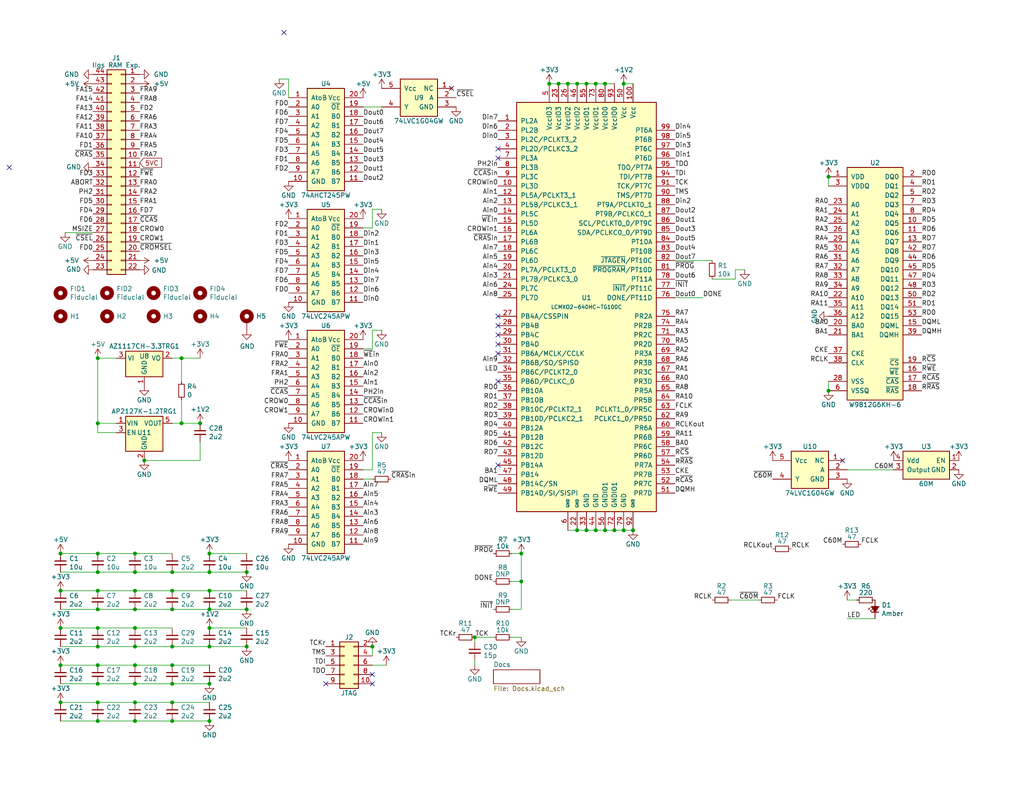
<source format=kicad_sch>
(kicad_sch (version 20230121) (generator eeschema)

  (uuid 0fd24f5c-4245-40b1-8698-6faceb999cd9)

  (paper "USLetter")

  (title_block
    (title "GW4201D (RAM2GS II) - LCMXO2-640 / LCMXO2-1200")
    (date "2024-04-24")
    (rev "2.2")
    (company "Garrett's Workshop")
  )

  

  (junction (at 16.51 191.77) (diameter 0) (color 0 0 0 0)
    (uuid 0217139f-2499-43d7-bafb-1436670ed29b)
  )
  (junction (at 26.67 181.61) (diameter 0) (color 0 0 0 0)
    (uuid 03f96606-5fba-4497-a8a1-e61f774d0de2)
  )
  (junction (at 57.15 161.29) (diameter 0) (color 0 0 0 0)
    (uuid 0b8dce5b-1dfe-4652-866a-919b3fb63c34)
  )
  (junction (at 26.67 166.37) (diameter 0) (color 0 0 0 0)
    (uuid 0d75f2bf-f7a8-4b76-b411-d105e5e58f8c)
  )
  (junction (at 36.83 181.61) (diameter 0) (color 0 0 0 0)
    (uuid 1131130a-2dff-4631-9ab8-421ee8a0b3d2)
  )
  (junction (at 67.31 176.53) (diameter 0) (color 0 0 0 0)
    (uuid 1349768d-0b81-46a1-a9d3-bb59bd3a9825)
  )
  (junction (at 157.48 144.78) (diameter 0) (color 0 0 0 0)
    (uuid 14aceb7f-9ec3-4fbc-8d61-5164f60710b2)
  )
  (junction (at 26.67 196.85) (diameter 0) (color 0 0 0 0)
    (uuid 179f01e0-fcbc-49e7-a036-4d87bc7c202d)
  )
  (junction (at 36.83 191.77) (diameter 0) (color 0 0 0 0)
    (uuid 1850bf74-adc9-49c7-8073-12f9f6b5187e)
  )
  (junction (at 26.67 151.13) (diameter 0) (color 0 0 0 0)
    (uuid 1ae79932-536c-4b1e-a774-1b2a479fb157)
  )
  (junction (at 46.99 196.85) (diameter 0) (color 0 0 0 0)
    (uuid 1c8c3f55-737d-407f-8948-a052a2e94b48)
  )
  (junction (at 49.53 97.79) (diameter 0) (color 0 0 0 0)
    (uuid 1d4eada5-7642-4d29-821b-542aad832f88)
  )
  (junction (at 36.83 156.21) (diameter 0) (color 0 0 0 0)
    (uuid 1f864c56-b928-4fca-ba42-f9e00edd5cca)
  )
  (junction (at 160.02 144.78) (diameter 0) (color 0 0 0 0)
    (uuid 211e6244-3e14-4844-a9e4-b232faabaee0)
  )
  (junction (at 39.37 125.73) (diameter 0) (color 0 0 0 0)
    (uuid 242dbffd-d1a3-4165-b959-04d0eccb8dbb)
  )
  (junction (at 57.15 166.37) (diameter 0) (color 0 0 0 0)
    (uuid 263e7899-465f-4e63-a817-fc3b5d40c1cf)
  )
  (junction (at 57.15 196.85) (diameter 0) (color 0 0 0 0)
    (uuid 2d3a647e-e4fe-4825-a649-1bc1222a5d01)
  )
  (junction (at 67.31 156.21) (diameter 0) (color 0 0 0 0)
    (uuid 324b5749-7462-4034-a387-a88d8654f54a)
  )
  (junction (at 16.51 171.45) (diameter 0) (color 0 0 0 0)
    (uuid 3336deb0-e8f9-4768-8419-82bfeb21abab)
  )
  (junction (at 142.24 151.13) (diameter 0) (color 0 0 0 0)
    (uuid 373a0015-c5a9-4d38-a6fc-aafd7ee968d0)
  )
  (junction (at 170.18 144.78) (diameter 0) (color 0 0 0 0)
    (uuid 46258966-196b-4d97-9217-74410068bc11)
  )
  (junction (at 170.18 22.86) (diameter 0) (color 0 0 0 0)
    (uuid 469ea96f-b2c2-4ad4-bace-2a3811a45927)
  )
  (junction (at 46.99 156.21) (diameter 0) (color 0 0 0 0)
    (uuid 478b891d-c10a-4db8-bd4c-2d2bde600ccd)
  )
  (junction (at 46.99 191.77) (diameter 0) (color 0 0 0 0)
    (uuid 4aff47dd-be33-4953-952e-819cf9a36e47)
  )
  (junction (at 16.51 181.61) (diameter 0) (color 0 0 0 0)
    (uuid 4cf39c5c-bf74-4964-baa9-8d592f3f905f)
  )
  (junction (at 26.67 115.57) (diameter 0) (color 0 0 0 0)
    (uuid 4dac4267-8e37-416c-9695-928b3aa79e60)
  )
  (junction (at 26.67 191.77) (diameter 0) (color 0 0 0 0)
    (uuid 4e40a97e-d3ba-45e7-95a8-d1cfa86095a8)
  )
  (junction (at 26.67 171.45) (diameter 0) (color 0 0 0 0)
    (uuid 4e7e8103-f615-4de3-9387-801261461214)
  )
  (junction (at 172.72 144.78) (diameter 0) (color 0 0 0 0)
    (uuid 50dd9d39-b340-498b-b002-c8764864304e)
  )
  (junction (at 36.83 186.69) (diameter 0) (color 0 0 0 0)
    (uuid 54741195-f732-41f9-90d3-73982e127ffe)
  )
  (junction (at 162.56 22.86) (diameter 0) (color 0 0 0 0)
    (uuid 58f1674d-f066-47f2-81e7-dad9c2f9cae9)
  )
  (junction (at 101.6 176.53) (diameter 0) (color 0 0 0 0)
    (uuid 5dddedcb-7a74-4591-ba02-12f48e2018f3)
  )
  (junction (at 57.15 176.53) (diameter 0) (color 0 0 0 0)
    (uuid 5e42f171-a004-42d1-84a9-d18b3cac3d42)
  )
  (junction (at 46.99 161.29) (diameter 0) (color 0 0 0 0)
    (uuid 6170e390-e0bc-49f8-95ba-fcba7f66a4a4)
  )
  (junction (at 162.56 144.78) (diameter 0) (color 0 0 0 0)
    (uuid 63313178-6249-4d11-924d-2151bfe5d053)
  )
  (junction (at 36.83 151.13) (diameter 0) (color 0 0 0 0)
    (uuid 68764f89-2036-461f-a232-9271609525d9)
  )
  (junction (at 36.83 161.29) (diameter 0) (color 0 0 0 0)
    (uuid 737bed1d-4399-4f19-8dca-bca8c4e8c601)
  )
  (junction (at 57.15 186.69) (diameter 0) (color 0 0 0 0)
    (uuid 78cdd522-ceef-4b75-b8a9-f379ec7bed4d)
  )
  (junction (at 226.06 48.26) (diameter 0) (color 0 0 0 0)
    (uuid 7c942722-c1cb-49ef-9752-5c8438310816)
  )
  (junction (at 36.83 171.45) (diameter 0) (color 0 0 0 0)
    (uuid 7dff4596-8796-4e39-a38f-aa7a86e39f6a)
  )
  (junction (at 36.83 166.37) (diameter 0) (color 0 0 0 0)
    (uuid 80f04a9c-152d-4760-b413-fccdb96a6072)
  )
  (junction (at 67.31 166.37) (diameter 0) (color 0 0 0 0)
    (uuid 81c4b674-4bd7-4cd4-bc80-bb024d56db70)
  )
  (junction (at 226.06 106.68) (diameter 0) (color 0 0 0 0)
    (uuid 8296739a-8abe-4eab-9860-882f671dc374)
  )
  (junction (at 26.67 161.29) (diameter 0) (color 0 0 0 0)
    (uuid 910a8ee2-2a2b-4c7f-a41c-099aa44ce173)
  )
  (junction (at 57.15 151.13) (diameter 0) (color 0 0 0 0)
    (uuid 99e3073a-ecf6-4d88-8bbd-fa4773c2e58e)
  )
  (junction (at 49.53 115.57) (diameter 0) (color 0 0 0 0)
    (uuid a34e161c-6732-4328-8105-e78221e9dc9a)
  )
  (junction (at 36.83 196.85) (diameter 0) (color 0 0 0 0)
    (uuid a6e2df16-b577-408a-b79a-645325d43ac9)
  )
  (junction (at 26.67 176.53) (diameter 0) (color 0 0 0 0)
    (uuid ae07f5de-5917-4680-8dd4-e91006e1fe5f)
  )
  (junction (at 142.24 158.75) (diameter 0) (color 0 0 0 0)
    (uuid aed99cc6-51ec-436b-8189-242a4b75c6bb)
  )
  (junction (at 46.99 176.53) (diameter 0) (color 0 0 0 0)
    (uuid b0518794-9039-4bb0-b079-b8501e446df5)
  )
  (junction (at 165.1 144.78) (diameter 0) (color 0 0 0 0)
    (uuid b1513b29-3ed8-4cd6-9d07-a1ab81dcdc16)
  )
  (junction (at 157.48 22.86) (diameter 0) (color 0 0 0 0)
    (uuid be792862-6327-47fd-8770-ede86afdfe4d)
  )
  (junction (at 149.86 22.86) (diameter 0) (color 0 0 0 0)
    (uuid c6e2220b-1b22-4923-a622-896c6c1e1bae)
  )
  (junction (at 57.15 171.45) (diameter 0) (color 0 0 0 0)
    (uuid c8e3593b-807b-4c18-87c6-25c1e9d93548)
  )
  (junction (at 154.94 22.86) (diameter 0) (color 0 0 0 0)
    (uuid cdded9fd-40d5-4e6e-bd5c-a8c6809bc5be)
  )
  (junction (at 54.61 115.57) (diameter 0) (color 0 0 0 0)
    (uuid cf2ab28b-4101-4332-a765-a45cd7c59cac)
  )
  (junction (at 26.67 186.69) (diameter 0) (color 0 0 0 0)
    (uuid d059573d-60c3-4639-8c4f-d5c495186a72)
  )
  (junction (at 26.67 156.21) (diameter 0) (color 0 0 0 0)
    (uuid d2c1b5bb-b586-4cce-8a4f-d19936419db1)
  )
  (junction (at 26.67 97.79) (diameter 0) (color 0 0 0 0)
    (uuid d9da9d43-9083-4803-878c-cf4c48deb947)
  )
  (junction (at 160.02 22.86) (diameter 0) (color 0 0 0 0)
    (uuid da51732e-6b5c-443a-9465-efb4eab1a1fc)
  )
  (junction (at 46.99 186.69) (diameter 0) (color 0 0 0 0)
    (uuid e1fb2565-bdd0-4a26-a86c-4673cf70cced)
  )
  (junction (at 129.54 173.99) (diameter 0) (color 0 0 0 0)
    (uuid e3ff4855-2aa6-4d98-a014-47d46819a769)
  )
  (junction (at 152.4 22.86) (diameter 0) (color 0 0 0 0)
    (uuid e5c1babb-6d3f-45ae-8ed6-2c1ea9c1ad75)
  )
  (junction (at 46.99 181.61) (diameter 0) (color 0 0 0 0)
    (uuid e6df987d-46c5-461f-aaf4-df9f2319a49f)
  )
  (junction (at 167.64 144.78) (diameter 0) (color 0 0 0 0)
    (uuid ec5d33cd-bcce-45d2-b63e-95d3f021c2d4)
  )
  (junction (at 165.1 22.86) (diameter 0) (color 0 0 0 0)
    (uuid ed629d76-2386-4cf5-aa50-ef32ed80d3b8)
  )
  (junction (at 36.83 176.53) (diameter 0) (color 0 0 0 0)
    (uuid eeabfa51-85dd-413c-afe2-62a742ac7d14)
  )
  (junction (at 16.51 161.29) (diameter 0) (color 0 0 0 0)
    (uuid f1936f85-2525-4094-89d1-d58db0c0351b)
  )
  (junction (at 46.99 166.37) (diameter 0) (color 0 0 0 0)
    (uuid f27ee32c-aea0-4839-b6de-c23b3d6da0f4)
  )
  (junction (at 16.51 151.13) (diameter 0) (color 0 0 0 0)
    (uuid f4dc0f09-4bf4-447d-bde3-7d4a45066bad)
  )
  (junction (at 57.15 156.21) (diameter 0) (color 0 0 0 0)
    (uuid fef6f1db-6a48-4a52-a7ed-2cbdfbd2e7c2)
  )

  (no_connect (at 88.9 186.69) (uuid 115fc95c-b86c-4499-b82e-4442d2b28ddc))
  (no_connect (at 101.6 184.15) (uuid 35e55a85-04ac-44cb-b0b1-0ebd148bfa81))
  (no_connect (at 135.89 88.9) (uuid 396747df-6043-4a0c-a61c-8ee398c15895))
  (no_connect (at 135.89 43.18) (uuid 3cb9aad1-66ed-4574-b07f-d09d1a5831c6))
  (no_connect (at 101.6 186.69) (uuid 44242320-e056-4a51-8f17-f12d7df7b7af))
  (no_connect (at 135.89 86.36) (uuid 52c6758c-7d22-4037-a30a-2d834bd2430c))
  (no_connect (at 135.89 127) (uuid 68434a67-21f3-4e6f-85f8-96a08a92b990))
  (no_connect (at 2.54 45.72) (uuid 82d2704c-bb6e-4bb9-bf3b-b3df0e0d2716))
  (no_connect (at 229.87 125.73) (uuid 8954bbef-d97c-44d3-bb20-b3f3d5a2302d))
  (no_connect (at 135.89 96.52) (uuid 96c040c5-7daf-4f80-a5f0-d279c7a6b658))
  (no_connect (at 135.89 40.64) (uuid a7fa4ee6-41f3-4f64-96ce-39f33f630a6e))
  (no_connect (at 135.89 91.44) (uuid bc659e8a-3b18-4b25-98d7-cd9851bd56bd))
  (no_connect (at 135.89 93.98) (uuid c4b7774d-0052-4001-8707-fdf3150fc246))
  (no_connect (at 135.89 104.14) (uuid d5830600-d320-4c70-a431-248ec3d71cb2))
  (no_connect (at 77.47 8.89) (uuid de6c3c01-ffaf-4fd1-bba1-97e198634073))
  (no_connect (at 123.19 24.13) (uuid f7c23c47-70ad-4eef-8e50-87db2dcf856b))

  (wire (pts (xy 46.99 176.53) (xy 57.15 176.53))
    (stroke (width 0) (type default))
    (uuid 00ef00a5-3ce7-47ff-91ce-5c6f120036e4)
  )
  (wire (pts (xy 31.75 118.11) (xy 26.67 118.11))
    (stroke (width 0) (type default))
    (uuid 01c7340e-16e2-41aa-bd66-db9b5ad42f12)
  )
  (wire (pts (xy 49.53 109.22) (xy 49.53 115.57))
    (stroke (width 0) (type default))
    (uuid 04701d09-035e-45f9-9b21-ffbe6c3a0a41)
  )
  (wire (pts (xy 16.51 176.53) (xy 26.67 176.53))
    (stroke (width 0) (type default))
    (uuid 0b882407-3c2c-4387-b982-e1671064326d)
  )
  (wire (pts (xy 36.83 176.53) (xy 46.99 176.53))
    (stroke (width 0) (type default))
    (uuid 0c1b722a-39d6-491c-983c-fe626f2b57fe)
  )
  (wire (pts (xy 36.83 156.21) (xy 46.99 156.21))
    (stroke (width 0) (type default))
    (uuid 105edf3d-8058-4fab-9ef8-a68bc8c7f593)
  )
  (wire (pts (xy 78.74 21.59) (xy 76.2 21.59))
    (stroke (width 0) (type default))
    (uuid 10fb7fc8-3a61-41bc-82f5-173cd2ad5f08)
  )
  (wire (pts (xy 36.83 186.69) (xy 46.99 186.69))
    (stroke (width 0) (type default))
    (uuid 12af00ef-6eb5-4aa7-af55-16afe6fe3d78)
  )
  (wire (pts (xy 26.67 196.85) (xy 36.83 196.85))
    (stroke (width 0) (type default))
    (uuid 146cf631-2943-4211-8158-08f5beb763bd)
  )
  (wire (pts (xy 16.51 181.61) (xy 26.67 181.61))
    (stroke (width 0) (type default))
    (uuid 173e9083-7503-4eeb-804d-494b3c434a45)
  )
  (wire (pts (xy 142.24 151.13) (xy 139.7 151.13))
    (stroke (width 0) (type default))
    (uuid 18f27b9c-ede9-4fb7-ac55-3c15c60fd259)
  )
  (wire (pts (xy 162.56 22.86) (xy 165.1 22.86))
    (stroke (width 0) (type default))
    (uuid 1ada89dd-8575-44ff-a0f7-a3016cae7db7)
  )
  (wire (pts (xy 101.6 90.17) (xy 104.14 90.17))
    (stroke (width 0) (type default))
    (uuid 1b08961a-260d-48f6-ad90-17fd41fc993f)
  )
  (wire (pts (xy 46.99 196.85) (xy 57.15 196.85))
    (stroke (width 0) (type default))
    (uuid 1da2f2e2-7dc2-4570-a826-e61f4dd0ebc0)
  )
  (wire (pts (xy 200.66 73.66) (xy 203.2 73.66))
    (stroke (width 0) (type default))
    (uuid 1e9ef3e0-1398-4511-ae8b-ed2f7208b253)
  )
  (wire (pts (xy 57.15 171.45) (xy 67.31 171.45))
    (stroke (width 0) (type default))
    (uuid 1f097493-3e4e-4f38-a5cd-6d67ad7547fa)
  )
  (wire (pts (xy 101.6 130.81) (xy 99.06 130.81))
    (stroke (width 0) (type default))
    (uuid 242336ea-5180-496e-8ee1-c8e8e61cf574)
  )
  (wire (pts (xy 46.99 156.21) (xy 57.15 156.21))
    (stroke (width 0) (type default))
    (uuid 250be626-aced-4edc-8dcc-d869452697c3)
  )
  (wire (pts (xy 101.6 57.15) (xy 104.14 57.15))
    (stroke (width 0) (type default))
    (uuid 2633ce22-55ed-4c42-97bb-ee3ccccfb9e6)
  )
  (wire (pts (xy 26.67 156.21) (xy 36.83 156.21))
    (stroke (width 0) (type default))
    (uuid 2c308174-a8b8-4c55-9737-cbbda4d701c9)
  )
  (wire (pts (xy 160.02 144.78) (xy 157.48 144.78))
    (stroke (width 0) (type default))
    (uuid 2c78f7f0-7589-4944-a9ca-592336b26e39)
  )
  (wire (pts (xy 139.7 173.99) (xy 142.24 173.99))
    (stroke (width 0) (type default))
    (uuid 310cc29c-112a-4a79-b72e-0f19f9e59c15)
  )
  (wire (pts (xy 226.06 106.68) (xy 226.06 104.14))
    (stroke (width 0) (type default))
    (uuid 37d930ca-12e3-474d-afa7-386e33c4eb12)
  )
  (wire (pts (xy 104.14 29.21) (xy 99.06 29.21))
    (stroke (width 0) (type default))
    (uuid 3803f348-1c38-4427-9acc-2f00548ec54e)
  )
  (wire (pts (xy 194.31 71.12) (xy 184.15 71.12))
    (stroke (width 0) (type default))
    (uuid 388f8dff-c8f6-4a31-b8a2-1a12ac64016c)
  )
  (wire (pts (xy 46.99 181.61) (xy 57.15 181.61))
    (stroke (width 0) (type default))
    (uuid 391f5941-9045-43bf-a8de-3a6f40d8482e)
  )
  (wire (pts (xy 46.99 191.77) (xy 57.15 191.77))
    (stroke (width 0) (type default))
    (uuid 3cec48b7-fa1f-43f1-a07b-1bba7edc0b55)
  )
  (wire (pts (xy 36.83 166.37) (xy 46.99 166.37))
    (stroke (width 0) (type default))
    (uuid 3e2c1d97-52e1-4fba-b5e0-3234c11fee84)
  )
  (wire (pts (xy 200.66 76.2) (xy 200.66 73.66))
    (stroke (width 0) (type default))
    (uuid 3eb46b0d-7c2d-4b13-a972-1410ba7607e2)
  )
  (wire (pts (xy 16.51 156.21) (xy 26.67 156.21))
    (stroke (width 0) (type default))
    (uuid 416f22d9-f378-4c20-bfa1-c42e7ce68b10)
  )
  (wire (pts (xy 26.67 161.29) (xy 36.83 161.29))
    (stroke (width 0) (type default))
    (uuid 428e4daa-79e1-4fed-9e13-c14a7a7a0714)
  )
  (wire (pts (xy 78.74 26.67) (xy 78.74 21.59))
    (stroke (width 0) (type default))
    (uuid 440a874f-2c6b-4fc9-a94a-d3fb85d5ee1d)
  )
  (wire (pts (xy 16.51 166.37) (xy 26.67 166.37))
    (stroke (width 0) (type default))
    (uuid 4576ea6b-c69a-4c0f-a685-394a57a62f2f)
  )
  (wire (pts (xy 16.51 151.13) (xy 26.67 151.13))
    (stroke (width 0) (type default))
    (uuid 4712d6a8-0d2d-42ae-a8c1-cb99cc0d07e3)
  )
  (wire (pts (xy 154.94 22.86) (xy 157.48 22.86))
    (stroke (width 0) (type default))
    (uuid 485adfcd-76fd-4320-b039-2ea19e279485)
  )
  (wire (pts (xy 238.76 168.91) (xy 231.14 168.91))
    (stroke (width 0) (type default))
    (uuid 49ffce83-dd8e-4dfa-9bec-003b0f451c87)
  )
  (wire (pts (xy 101.6 118.11) (xy 104.14 118.11))
    (stroke (width 0) (type default))
    (uuid 4ce2e765-3c8d-4303-9b43-82bd2853f1c9)
  )
  (wire (pts (xy 36.83 161.29) (xy 46.99 161.29))
    (stroke (width 0) (type default))
    (uuid 4dedd8dd-7bef-42e9-b3c5-74bc3c6d1393)
  )
  (wire (pts (xy 46.99 166.37) (xy 57.15 166.37))
    (stroke (width 0) (type default))
    (uuid 4e20780a-e732-48f0-8715-90f7cbc9eebd)
  )
  (wire (pts (xy 194.31 76.2) (xy 200.66 76.2))
    (stroke (width 0) (type default))
    (uuid 533801e7-8280-490d-b73e-8c53a6fc0acd)
  )
  (wire (pts (xy 152.4 22.86) (xy 154.94 22.86))
    (stroke (width 0) (type default))
    (uuid 53669d7a-0889-4143-8c09-8775b2f122c6)
  )
  (wire (pts (xy 36.83 191.77) (xy 46.99 191.77))
    (stroke (width 0) (type default))
    (uuid 54483357-c4ae-43a3-a7b5-66d2560f58c6)
  )
  (wire (pts (xy 105.41 181.61) (xy 101.6 181.61))
    (stroke (width 0) (type default))
    (uuid 5d51fd85-d705-439d-98cb-99638cd2b2da)
  )
  (wire (pts (xy 172.72 22.86) (xy 170.18 22.86))
    (stroke (width 0) (type default))
    (uuid 5f7a5102-fdf7-475b-9e6f-40a7bd799655)
  )
  (wire (pts (xy 184.15 81.28) (xy 191.77 81.28))
    (stroke (width 0) (type default))
    (uuid 5fbaef1e-2066-4412-b425-dc3412549b33)
  )
  (wire (pts (xy 38.1 44.45) (xy 38.1 45.72))
    (stroke (width 0) (type default))
    (uuid 657df7ca-491d-49ce-b656-675df5506eb8)
  )
  (wire (pts (xy 129.54 181.61) (xy 129.54 180.34))
    (stroke (width 0) (type default))
    (uuid 65dd5678-cfa9-4171-89eb-e736feb4c1fa)
  )
  (wire (pts (xy 142.24 151.13) (xy 142.24 158.75))
    (stroke (width 0) (type default))
    (uuid 67522a64-e538-49ea-accf-4ac5470f2420)
  )
  (wire (pts (xy 54.61 115.57) (xy 49.53 115.57))
    (stroke (width 0) (type default))
    (uuid 68c44e6e-fd0b-4ff1-8cd9-c1125cd7a59b)
  )
  (wire (pts (xy 101.6 62.23) (xy 101.6 57.15))
    (stroke (width 0) (type default))
    (uuid 6c08bd94-9429-4381-81bd-ca36ce5386f2)
  )
  (wire (pts (xy 67.31 161.29) (xy 57.15 161.29))
    (stroke (width 0) (type default))
    (uuid 726c182b-013e-4744-8887-7f2f1c3d99c4)
  )
  (wire (pts (xy 142.24 158.75) (xy 142.24 166.37))
    (stroke (width 0) (type default))
    (uuid 7335849b-80f8-4568-b2ff-c985e90fa47e)
  )
  (wire (pts (xy 101.6 95.25) (xy 101.6 90.17))
    (stroke (width 0) (type default))
    (uuid 7420ace4-7a25-4e2e-8e3e-0c4fd3bce3a1)
  )
  (wire (pts (xy 46.99 161.29) (xy 57.15 161.29))
    (stroke (width 0) (type default))
    (uuid 75aba8fa-07b8-46e4-aba9-acd853b625b4)
  )
  (wire (pts (xy 16.51 171.45) (xy 26.67 171.45))
    (stroke (width 0) (type default))
    (uuid 75f82fe7-ea6f-4561-9ef3-c54d8f74715a)
  )
  (wire (pts (xy 26.67 186.69) (xy 36.83 186.69))
    (stroke (width 0) (type default))
    (uuid 7bea65be-4b5d-4861-a933-9ef5393c9813)
  )
  (wire (pts (xy 165.1 22.86) (xy 167.64 22.86))
    (stroke (width 0) (type default))
    (uuid 7ca64499-be84-4d71-826a-ef3983dec119)
  )
  (wire (pts (xy 31.75 115.57) (xy 26.67 115.57))
    (stroke (width 0) (type default))
    (uuid 7cd851ea-04f9-4303-8dc4-496bfaa86244)
  )
  (wire (pts (xy 17.78 63.5) (xy 25.4 63.5))
    (stroke (width 0) (type default))
    (uuid 7ffb7faf-659e-44fa-96b5-21499bd061ad)
  )
  (wire (pts (xy 157.48 22.86) (xy 160.02 22.86))
    (stroke (width 0) (type default))
    (uuid 888959ab-9b88-4b97-a7bf-1048dcae82e6)
  )
  (wire (pts (xy 160.02 22.86) (xy 162.56 22.86))
    (stroke (width 0) (type default))
    (uuid 8bfa0ecf-e8b5-4c14-8b1b-16035c3f7e4b)
  )
  (wire (pts (xy 26.67 191.77) (xy 36.83 191.77))
    (stroke (width 0) (type default))
    (uuid 8d453ae7-058d-4332-94de-060b23cfc9ad)
  )
  (wire (pts (xy 54.61 125.73) (xy 39.37 125.73))
    (stroke (width 0) (type default))
    (uuid 8f3670bb-1a1c-4f77-a3c8-8cc6e43eebb8)
  )
  (wire (pts (xy 26.67 151.13) (xy 36.83 151.13))
    (stroke (width 0) (type default))
    (uuid 971631d5-5dab-48a3-b0c1-e15a8acd73c6)
  )
  (wire (pts (xy 46.99 186.69) (xy 57.15 186.69))
    (stroke (width 0) (type default))
    (uuid 99ebe7db-6c2b-4703-b852-3625e344e286)
  )
  (wire (pts (xy 26.67 171.45) (xy 36.83 171.45))
    (stroke (width 0) (type default))
    (uuid 9e83b477-60d9-4d4a-91b8-6cfc1e074e10)
  )
  (wire (pts (xy 49.53 115.57) (xy 46.99 115.57))
    (stroke (width 0) (type default))
    (uuid 9f028fbe-ff50-49ce-9425-5513be32465d)
  )
  (wire (pts (xy 54.61 120.65) (xy 54.61 125.73))
    (stroke (width 0) (type default))
    (uuid a3f482d7-9d48-41aa-93c7-966d6507bf7a)
  )
  (wire (pts (xy 26.67 115.57) (xy 26.67 97.79))
    (stroke (width 0) (type default))
    (uuid a573165a-f317-4298-a3a9-8d4de00fd783)
  )
  (wire (pts (xy 101.6 128.27) (xy 99.06 128.27))
    (stroke (width 0) (type default))
    (uuid a6a8a5d8-4ce4-4079-baa3-c4bb72108e38)
  )
  (wire (pts (xy 36.83 181.61) (xy 46.99 181.61))
    (stroke (width 0) (type default))
    (uuid a83b505b-cc77-4c2c-8329-41685b4a4de2)
  )
  (wire (pts (xy 57.15 166.37) (xy 67.31 166.37))
    (stroke (width 0) (type default))
    (uuid a8f39a3a-48ef-411e-9472-074a9bfdc9c2)
  )
  (wire (pts (xy 26.67 97.79) (xy 31.75 97.79))
    (stroke (width 0) (type default))
    (uuid aeaf87ee-c96b-42cc-9446-78368e0847cf)
  )
  (wire (pts (xy 165.1 144.78) (xy 162.56 144.78))
    (stroke (width 0) (type default))
    (uuid aec01c3a-309e-49e0-9d7e-09221167cf56)
  )
  (wire (pts (xy 16.51 186.69) (xy 26.67 186.69))
    (stroke (width 0) (type default))
    (uuid af620592-808e-4132-bf0c-88a25a6494b5)
  )
  (wire (pts (xy 16.51 196.85) (xy 26.67 196.85))
    (stroke (width 0) (type default))
    (uuid b18db2ff-2893-40e9-972e-02969975694c)
  )
  (wire (pts (xy 36.83 151.13) (xy 46.99 151.13))
    (stroke (width 0) (type default))
    (uuid bf40272e-f41a-40a3-afda-31d8e77e07e5)
  )
  (wire (pts (xy 49.53 104.14) (xy 49.53 97.79))
    (stroke (width 0) (type default))
    (uuid c04d25f2-d666-4284-b64a-3bef0ffd891b)
  )
  (wire (pts (xy 16.51 161.29) (xy 26.67 161.29))
    (stroke (width 0) (type default))
    (uuid c1ff4c09-cc45-45d8-9a68-9b1faafcb39a)
  )
  (wire (pts (xy 26.67 181.61) (xy 36.83 181.61))
    (stroke (width 0) (type default))
    (uuid c299abcf-1752-49f3-8fe9-a64bb9f3dd2d)
  )
  (wire (pts (xy 142.24 158.75) (xy 139.7 158.75))
    (stroke (width 0) (type default))
    (uuid c719bf5b-2431-4d35-81d2-3b4c1bddec36)
  )
  (wire (pts (xy 57.15 176.53) (xy 67.31 176.53))
    (stroke (width 0) (type default))
    (uuid ca0e00b0-fe5f-471f-b68e-febf5334a5b7)
  )
  (wire (pts (xy 101.6 95.25) (xy 99.06 95.25))
    (stroke (width 0) (type default))
    (uuid cdd8df34-ff54-46f6-912c-ad09cf42b8ab)
  )
  (wire (pts (xy 129.54 173.99) (xy 134.62 173.99))
    (stroke (width 0) (type default))
    (uuid cde8f4bc-73ad-427e-8dee-ed7aa92b9e37)
  )
  (wire (pts (xy 54.61 97.79) (xy 49.53 97.79))
    (stroke (width 0) (type default))
    (uuid cf49b9d8-dae8-41a9-aa6a-65183bea8756)
  )
  (wire (pts (xy 170.18 144.78) (xy 167.64 144.78))
    (stroke (width 0) (type default))
    (uuid d3992ef3-244e-4150-b6d0-e35f486e2ec6)
  )
  (wire (pts (xy 231.14 128.27) (xy 243.84 128.27))
    (stroke (width 0) (type default))
    (uuid d43f42b4-066e-4f06-bd56-5e9ece4ce0c1)
  )
  (wire (pts (xy 167.64 144.78) (xy 165.1 144.78))
    (stroke (width 0) (type default))
    (uuid d531aff4-a79d-4a31-b411-07b0c9e30684)
  )
  (wire (pts (xy 162.56 144.78) (xy 160.02 144.78))
    (stroke (width 0) (type default))
    (uuid d59364c3-1315-4e90-926b-4849f4d07340)
  )
  (wire (pts (xy 67.31 151.13) (xy 57.15 151.13))
    (stroke (width 0) (type default))
    (uuid d6f1884e-693b-4ebd-b124-27eb1b0c8ec3)
  )
  (wire (pts (xy 16.51 191.77) (xy 26.67 191.77))
    (stroke (width 0) (type default))
    (uuid d90cebb6-3687-4baa-8ffb-5082f5e6f19e)
  )
  (wire (pts (xy 26.67 166.37) (xy 36.83 166.37))
    (stroke (width 0) (type default))
    (uuid d9d3cecb-d9af-4ef1-a9b3-1d60407107d6)
  )
  (wire (pts (xy 101.6 176.53) (xy 101.6 179.07))
    (stroke (width 0) (type default))
    (uuid e47381e3-eac3-4ebf-b122-21ca3854187a)
  )
  (wire (pts (xy 129.54 173.99) (xy 129.54 175.26))
    (stroke (width 0) (type default))
    (uuid e5ac664d-25e2-4481-aa1c-70f60a1a9d79)
  )
  (wire (pts (xy 26.67 176.53) (xy 36.83 176.53))
    (stroke (width 0) (type default))
    (uuid e7bacd75-4743-4795-8e9f-ee515e556493)
  )
  (wire (pts (xy 57.15 156.21) (xy 67.31 156.21))
    (stroke (width 0) (type default))
    (uuid e8411405-d2af-4cee-98de-8f87ba97d6bc)
  )
  (wire (pts (xy 149.86 22.86) (xy 152.4 22.86))
    (stroke (width 0) (type default))
    (uuid e86ff65a-4f72-411a-a7a0-761b32ee31c0)
  )
  (wire (pts (xy 142.24 166.37) (xy 139.7 166.37))
    (stroke (width 0) (type default))
    (uuid eaceada3-169f-4019-b218-feead908147b)
  )
  (wire (pts (xy 101.6 118.11) (xy 101.6 128.27))
    (stroke (width 0) (type default))
    (uuid efa44a3f-bdb0-4f11-b775-bc2800299b89)
  )
  (wire (pts (xy 157.48 144.78) (xy 154.94 144.78))
    (stroke (width 0) (type default))
    (uuid f2171e4d-81a0-4449-90fa-4a5f16fd4d77)
  )
  (wire (pts (xy 36.83 171.45) (xy 46.99 171.45))
    (stroke (width 0) (type default))
    (uuid f3741640-f59b-40cf-ac99-e2ddd6303054)
  )
  (wire (pts (xy 199.39 163.83) (xy 207.01 163.83))
    (stroke (width 0) (type default))
    (uuid f3ac6a20-86da-4afb-a600-a6988f259204)
  )
  (wire (pts (xy 49.53 97.79) (xy 46.99 97.79))
    (stroke (width 0) (type default))
    (uuid f6a9d317-c902-40df-b3be-09bea08b8eb0)
  )
  (wire (pts (xy 231.14 163.83) (xy 233.68 163.83))
    (stroke (width 0) (type default))
    (uuid f7c20970-bd4a-427a-a2ad-06d60893a8e5)
  )
  (wire (pts (xy 36.83 196.85) (xy 46.99 196.85))
    (stroke (width 0) (type default))
    (uuid f8f87ea3-8350-4d15-8477-6a822a907e99)
  )
  (wire (pts (xy 172.72 144.78) (xy 170.18 144.78))
    (stroke (width 0) (type default))
    (uuid fa774955-ef47-4763-a830-7b799e1129de)
  )
  (wire (pts (xy 26.67 118.11) (xy 26.67 115.57))
    (stroke (width 0) (type default))
    (uuid fd5cdb08-feab-488c-99cf-a8cbffe0e14d)
  )
  (wire (pts (xy 226.06 48.26) (xy 226.06 50.8))
    (stroke (width 0) (type default))
    (uuid ff1de0c6-a14a-4a7b-927b-e4d623f41ff2)
  )
  (wire (pts (xy 101.6 62.23) (xy 99.06 62.23))
    (stroke (width 0) (type default))
    (uuid ff7b3e5e-161d-4367-af44-e14125372876)
  )

  (label "FD2" (at 78.74 46.99 180) (fields_autoplaced)
    (effects (font (size 1.27 1.27)) (justify right bottom))
    (uuid 007369ee-1a31-4cb1-8c67-ac7349222bc5)
  )
  (label "RA2" (at 184.15 96.52 0) (fields_autoplaced)
    (effects (font (size 1.27 1.27)) (justify left bottom))
    (uuid 02db4310-21e2-465a-a998-6c8a266f7071)
  )
  (label "Dout2" (at 184.15 58.42 0) (fields_autoplaced)
    (effects (font (size 1.27 1.27)) (justify left bottom))
    (uuid 030565da-4164-4aca-9133-8555e187135a)
  )
  (label "RA0" (at 226.06 55.88 180) (fields_autoplaced)
    (effects (font (size 1.27 1.27)) (justify right bottom))
    (uuid 043df407-9bb2-404d-9fea-cadc777cfd13)
  )
  (label "RD7" (at 251.46 68.58 0) (fields_autoplaced)
    (effects (font (size 1.27 1.27)) (justify left bottom))
    (uuid 07725403-b326-4a8c-9ff0-97c60a776978)
  )
  (label "Ain6" (at 135.89 78.74 180) (fields_autoplaced)
    (effects (font (size 1.27 1.27)) (justify right bottom))
    (uuid 08f73854-ff79-4e83-b062-1feaf5143e22)
  )
  (label "TDO" (at 184.15 45.72 0) (fields_autoplaced)
    (effects (font (size 1.27 1.27)) (justify left bottom))
    (uuid 0928591c-f495-4526-a6f1-d05549013609)
  )
  (label "Dout7" (at 99.06 36.83 0) (fields_autoplaced)
    (effects (font (size 1.27 1.27)) (justify left bottom))
    (uuid 0b3cf1cf-1a1d-43d6-b92f-76cc306e467c)
  )
  (label "BA0" (at 184.15 121.92 0) (fields_autoplaced)
    (effects (font (size 1.27 1.27)) (justify left bottom))
    (uuid 0c342cbd-c920-4946-9dcd-6404e7c6f4b4)
  )
  (label "~{FWE}" (at 78.74 95.25 180) (fields_autoplaced)
    (effects (font (size 1.27 1.27)) (justify right bottom))
    (uuid 0c8b7ff9-50fc-406f-958c-946d7ce4cda0)
  )
  (label "MSIZE" (at 25.4 63.5 180) (fields_autoplaced)
    (effects (font (size 1.27 1.27)) (justify right bottom))
    (uuid 0cb294f7-1e3d-40aa-b83a-7e1327b86160)
  )
  (label "RD6" (at 135.89 121.92 180) (fields_autoplaced)
    (effects (font (size 1.27 1.27)) (justify right bottom))
    (uuid 0f8786b6-73ca-429d-b7e6-544ba4b92735)
  )
  (label "FRA3" (at 78.74 138.43 180) (fields_autoplaced)
    (effects (font (size 1.27 1.27)) (justify right bottom))
    (uuid 0fc6102e-0f9e-4ac7-9bfd-fd7396233f28)
  )
  (label "TCK" (at 133.35 173.99 180) (fields_autoplaced)
    (effects (font (size 1.27 1.27)) (justify right bottom))
    (uuid 11795aa3-72db-4feb-99a5-1b17f825a7af)
  )
  (label "RA2" (at 226.06 60.96 180) (fields_autoplaced)
    (effects (font (size 1.27 1.27)) (justify right bottom))
    (uuid 1198036b-b2fa-4056-91f0-29d997af237b)
  )
  (label "Din7" (at 135.89 33.02 180) (fields_autoplaced)
    (effects (font (size 1.27 1.27)) (justify right bottom))
    (uuid 1200f3b1-3e0e-4b99-99ad-d856ec40da62)
  )
  (label "RD4" (at 135.89 116.84 180) (fields_autoplaced)
    (effects (font (size 1.27 1.27)) (justify right bottom))
    (uuid 125dd291-a563-4e43-b47c-f6782eebb065)
  )
  (label "RA11" (at 184.15 119.38 0) (fields_autoplaced)
    (effects (font (size 1.27 1.27)) (justify left bottom))
    (uuid 138b61cd-2b18-4cc0-83c4-9392d0f2b24f)
  )
  (label "RD1" (at 251.46 83.82 0) (fields_autoplaced)
    (effects (font (size 1.27 1.27)) (justify left bottom))
    (uuid 139c96eb-db0d-49d6-9e62-0c85fbef652e)
  )
  (label "Ain1" (at 99.06 105.41 0) (fields_autoplaced)
    (effects (font (size 1.27 1.27)) (justify left bottom))
    (uuid 142f781f-b8e1-420c-9d86-997e8665e18b)
  )
  (label "DONE" (at 134.62 158.75 180) (fields_autoplaced)
    (effects (font (size 1.27 1.27)) (justify right bottom))
    (uuid 151c6b35-277b-4653-b988-75dab6400a48)
  )
  (label "FRA1" (at 38.1 55.88 0) (fields_autoplaced)
    (effects (font (size 1.27 1.27)) (justify left bottom))
    (uuid 1820b122-0089-44d3-ad7f-704bad4dae23)
  )
  (label "Dout2" (at 99.06 49.53 0) (fields_autoplaced)
    (effects (font (size 1.27 1.27)) (justify left bottom))
    (uuid 189a78e4-3851-4158-a980-3aad74979342)
  )
  (label "CROWin1" (at 135.89 63.5 180) (fields_autoplaced)
    (effects (font (size 1.27 1.27)) (justify right bottom))
    (uuid 1d44010f-b842-4b22-99d4-052a83fc3229)
  )
  (label "Ain4" (at 135.89 73.66 180) (fields_autoplaced)
    (effects (font (size 1.27 1.27)) (justify right bottom))
    (uuid 1eb8be86-0759-448c-8645-abd77567f654)
  )
  (label "FD3" (at 25.4 48.26 180) (fields_autoplaced)
    (effects (font (size 1.27 1.27)) (justify right bottom))
    (uuid 205ff9e9-09b5-4ff5-95b7-2158b3d1c765)
  )
  (label "RCLKout" (at 210.82 149.86 180) (fields_autoplaced)
    (effects (font (size 1.27 1.27)) (justify right bottom))
    (uuid 20bbea55-2692-4f3a-bf47-e18426417429)
  )
  (label "LED" (at 135.89 101.6 180) (fields_autoplaced)
    (effects (font (size 1.27 1.27)) (justify right bottom))
    (uuid 20e0ed93-4882-4770-af97-020f3d315f7b)
  )
  (label "RA4" (at 184.15 88.9 0) (fields_autoplaced)
    (effects (font (size 1.27 1.27)) (justify left bottom))
    (uuid 20f90454-5f7d-4d9e-bba7-4ce0498a76b0)
  )
  (label "CROW0" (at 78.74 110.49 180) (fields_autoplaced)
    (effects (font (size 1.27 1.27)) (justify right bottom))
    (uuid 236a2098-68d4-42cd-9076-8405f9554431)
  )
  (label "FRA9" (at 78.74 146.05 180) (fields_autoplaced)
    (effects (font (size 1.27 1.27)) (justify right bottom))
    (uuid 26e30cab-0dd6-4aa7-b241-98ca2c82eb60)
  )
  (label "R~{WE}" (at 135.89 134.62 180) (fields_autoplaced)
    (effects (font (size 1.27 1.27)) (justify right bottom))
    (uuid 26ff2cb4-e68f-40b0-89e9-6bce2e0baab3)
  )
  (label "Dout6" (at 99.06 34.29 0) (fields_autoplaced)
    (effects (font (size 1.27 1.27)) (justify left bottom))
    (uuid 2a5fa4ea-1846-403d-8692-f5ce8284b44c)
  )
  (label "~{WE}in" (at 135.89 60.96 180) (fields_autoplaced)
    (effects (font (size 1.27 1.27)) (justify right bottom))
    (uuid 2c1d3fda-e416-44d7-8799-4aca5fed7acf)
  )
  (label "RA0" (at 184.15 104.14 0) (fields_autoplaced)
    (effects (font (size 1.27 1.27)) (justify left bottom))
    (uuid 2c5cd4be-d037-4fcb-8e1c-92d519ae717c)
  )
  (label "RD7" (at 135.89 124.46 180) (fields_autoplaced)
    (effects (font (size 1.27 1.27)) (justify right bottom))
    (uuid 2c9ff8c1-be13-4829-9fbd-3a6a3168b5c5)
  )
  (label "~{CCAS}in" (at 99.06 110.49 0) (fields_autoplaced)
    (effects (font (size 1.27 1.27)) (justify left bottom))
    (uuid 2cd199c3-da56-4d53-966b-4a43ab18f5fa)
  )
  (label "FRA4" (at 38.1 38.1 0) (fields_autoplaced)
    (effects (font (size 1.27 1.27)) (justify left bottom))
    (uuid 2d27aa9e-3d41-40d8-a344-261d7f6b41c4)
  )
  (label "FRA6" (at 38.1 33.02 0) (fields_autoplaced)
    (effects (font (size 1.27 1.27)) (justify left bottom))
    (uuid 2f0d095d-6f40-42e1-9979-10146350831f)
  )
  (label "FD7" (at 78.74 34.29 180) (fields_autoplaced)
    (effects (font (size 1.27 1.27)) (justify right bottom))
    (uuid 2f996b70-7575-4a0c-aed1-272f7e10be33)
  )
  (label "RA6" (at 226.06 71.12 180) (fields_autoplaced)
    (effects (font (size 1.27 1.27)) (justify right bottom))
    (uuid 3006f549-bf09-478d-9939-a3fc8497e2d1)
  )
  (label "Din3" (at 99.06 69.85 0) (fields_autoplaced)
    (effects (font (size 1.27 1.27)) (justify left bottom))
    (uuid 304e1c92-5ed2-496d-b017-34678a98cc83)
  )
  (label "RA3" (at 184.15 91.44 0) (fields_autoplaced)
    (effects (font (size 1.27 1.27)) (justify left bottom))
    (uuid 3060724f-5885-4b89-905c-90797ab8c156)
  )
  (label "TCK" (at 184.15 50.8 0) (fields_autoplaced)
    (effects (font (size 1.27 1.27)) (justify left bottom))
    (uuid 31a68138-5976-4a08-bc9f-e3084300befc)
  )
  (label "Ain8" (at 99.06 146.05 0) (fields_autoplaced)
    (effects (font (size 1.27 1.27)) (justify left bottom))
    (uuid 31b2bb49-5da4-4880-afc4-f8445dffa6a5)
  )
  (label "FD2" (at 78.74 62.23 180) (fields_autoplaced)
    (effects (font (size 1.27 1.27)) (justify right bottom))
    (uuid 342d85d2-e11a-4c93-a3f0-7d46521ff3fb)
  )
  (label "FRA4" (at 78.74 135.89 180) (fields_autoplaced)
    (effects (font (size 1.27 1.27)) (justify right bottom))
    (uuid 34b3ad81-d5e7-4a18-aeca-f3203da3f830)
  )
  (label "Dout5" (at 99.06 41.91 0) (fields_autoplaced)
    (effects (font (size 1.27 1.27)) (justify left bottom))
    (uuid 34d73df8-7a69-46a3-a02d-e9cc4327b39f)
  )
  (label "Dout0" (at 184.15 81.28 0) (fields_autoplaced)
    (effects (font (size 1.27 1.27)) (justify left bottom))
    (uuid 356fa0ee-b4e1-41df-8889-4b1775fe8eaa)
  )
  (label "Dout4" (at 184.15 68.58 0) (fields_autoplaced)
    (effects (font (size 1.27 1.27)) (justify left bottom))
    (uuid 3607bedb-66bf-4c82-8edb-0c14b93d0b7f)
  )
  (label "RD7" (at 251.46 66.04 0) (fields_autoplaced)
    (effects (font (size 1.27 1.27)) (justify left bottom))
    (uuid 36c9f04f-198d-4c19-ac33-64834b77a87d)
  )
  (label "RD5" (at 135.89 119.38 180) (fields_autoplaced)
    (effects (font (size 1.27 1.27)) (justify right bottom))
    (uuid 36d8d8c9-0cf6-4367-a537-00d8f509d417)
  )
  (label "RD3" (at 251.46 78.74 0) (fields_autoplaced)
    (effects (font (size 1.27 1.27)) (justify left bottom))
    (uuid 397ed0b8-5cf8-4ced-82db-5ab5945ce949)
  )
  (label "TDI" (at 184.15 48.26 0) (fields_autoplaced)
    (effects (font (size 1.27 1.27)) (justify left bottom))
    (uuid 39b4bfca-cf82-4849-975c-b47a51aaf3c7)
  )
  (label "R~{CS}" (at 184.15 124.46 0) (fields_autoplaced)
    (effects (font (size 1.27 1.27)) (justify left bottom))
    (uuid 3b9352cb-edcb-4e7a-8882-218a0d52e223)
  )
  (label "RA3" (at 226.06 63.5 180) (fields_autoplaced)
    (effects (font (size 1.27 1.27)) (justify right bottom))
    (uuid 3d38e5c1-e2a1-4fa6-8aea-5ebcd6df406f)
  )
  (label "Dout5" (at 184.15 66.04 0) (fields_autoplaced)
    (effects (font (size 1.27 1.27)) (justify left bottom))
    (uuid 3d39adbd-0923-4347-9791-bc315aa8c31c)
  )
  (label "TCKr" (at 88.9 176.53 180) (fields_autoplaced)
    (effects (font (size 1.27 1.27)) (justify right bottom))
    (uuid 3df33d96-26e2-4b1e-a6c5-dbfb6d8c179c)
  )
  (label "~{INIT}" (at 134.62 166.37 180) (fields_autoplaced)
    (effects (font (size 1.27 1.27)) (justify right bottom))
    (uuid 3e12aca8-1730-4941-ab01-47f943320a72)
  )
  (label "Din5" (at 184.15 38.1 0) (fields_autoplaced)
    (effects (font (size 1.27 1.27)) (justify left bottom))
    (uuid 40d32c03-d287-4b19-a99f-ac2056f89a39)
  )
  (label "RA8" (at 184.15 106.68 0) (fields_autoplaced)
    (effects (font (size 1.27 1.27)) (justify left bottom))
    (uuid 42c07fef-3c7b-4460-b3f4-837691838b20)
  )
  (label "PH2in" (at 135.89 45.72 180) (fields_autoplaced)
    (effects (font (size 1.27 1.27)) (justify right bottom))
    (uuid 43ca51c8-eb5c-4864-8603-93e998d64e65)
  )
  (label "~{CRAS}in" (at 106.68 130.81 0) (fields_autoplaced)
    (effects (font (size 1.27 1.27)) (justify left bottom))
    (uuid 46299370-3014-4522-829f-f700e6d51f67)
  )
  (label "~{CSEL}" (at 124.46 26.67 0) (fields_autoplaced)
    (effects (font (size 1.27 1.27)) (justify left bottom))
    (uuid 48739532-9e2d-4a08-a38b-e532c67e0954)
  )
  (label "RD1" (at 251.46 50.8 0) (fields_autoplaced)
    (effects (font (size 1.27 1.27)) (justify left bottom))
    (uuid 496c6c48-8b2f-4819-8cc1-e682e0f4f566)
  )
  (label "FD6" (at 78.74 77.47 180) (fields_autoplaced)
    (effects (font (size 1.27 1.27)) (justify right bottom))
    (uuid 4a4ec700-bce5-4e31-a0ed-7bc98795e578)
  )
  (label "~{PROG}" (at 134.62 151.13 180) (fields_autoplaced)
    (effects (font (size 1.27 1.27)) (justify right bottom))
    (uuid 4a75b5a6-6c09-4003-b89a-c38c98f0fe89)
  )
  (label "RA5" (at 226.06 68.58 180) (fields_autoplaced)
    (effects (font (size 1.27 1.27)) (justify right bottom))
    (uuid 4b35b4cd-1082-44ec-b5fe-a582d08629f0)
  )
  (label "FD1" (at 78.74 44.45 180) (fields_autoplaced)
    (effects (font (size 1.27 1.27)) (justify right bottom))
    (uuid 4d63f964-7a64-4d7d-a879-a11634274662)
  )
  (label "FA11" (at 25.4 35.56 180) (fields_autoplaced)
    (effects (font (size 1.27 1.27)) (justify right bottom))
    (uuid 50d45598-c966-461e-aad4-bd1b3079c268)
  )
  (label "CROWin0" (at 135.89 50.8 180) (fields_autoplaced)
    (effects (font (size 1.27 1.27)) (justify right bottom))
    (uuid 5104e16a-0580-496b-913e-d4302efbd87b)
  )
  (label "~{C60M}" (at 207.01 163.83 180) (fields_autoplaced)
    (effects (font (size 1.27 1.27)) (justify right bottom))
    (uuid 5201635a-1689-4fdb-b55c-633e458360fc)
  )
  (label "FCLK" (at 234.95 148.59 0) (fields_autoplaced)
    (effects (font (size 1.27 1.27)) (justify left bottom))
    (uuid 52f3c771-19fc-4ea3-b833-3580bfa7cabb)
  )
  (label "RA8" (at 226.06 76.2 180) (fields_autoplaced)
    (effects (font (size 1.27 1.27)) (justify right bottom))
    (uuid 537066de-383e-4ff9-8228-87d179464fa1)
  )
  (label "~{CRAS}" (at 25.4 43.18 180) (fields_autoplaced)
    (effects (font (size 1.27 1.27)) (justify right bottom))
    (uuid 5479af47-5985-405a-a63e-825516273546)
  )
  (label "BA0" (at 226.06 88.9 180) (fields_autoplaced)
    (effects (font (size 1.27 1.27)) (justify right bottom))
    (uuid 559c6b7d-1f21-4e47-b17c-f98c0f5e1a44)
  )
  (label "Ain6" (at 99.06 143.51 0) (fields_autoplaced)
    (effects (font (size 1.27 1.27)) (justify left bottom))
    (uuid 576f010e-9029-47fc-acbd-fab4343228f3)
  )
  (label "RD3" (at 251.46 55.88 0) (fields_autoplaced)
    (effects (font (size 1.27 1.27)) (justify left bottom))
    (uuid 57c5a872-5399-4173-b640-64cc437af939)
  )
  (label "TMS" (at 184.15 53.34 0) (fields_autoplaced)
    (effects (font (size 1.27 1.27)) (justify left bottom))
    (uuid 58827f88-1ff1-4e0b-867b-3d51e689e72f)
  )
  (label "FA14" (at 25.4 27.94 180) (fields_autoplaced)
    (effects (font (size 1.27 1.27)) (justify right bottom))
    (uuid 58dbfd48-a4f4-42d5-9c18-4e8d301736f2)
  )
  (label "Dout1" (at 99.06 46.99 0) (fields_autoplaced)
    (effects (font (size 1.27 1.27)) (justify left bottom))
    (uuid 590f195b-0067-4c1e-ba67-19ef531d500a)
  )
  (label "~{WE}in" (at 99.06 97.79 0) (fields_autoplaced)
    (effects (font (size 1.27 1.27)) (justify left bottom))
    (uuid 5aa02975-9663-4117-9ef2-0af2eee38c79)
  )
  (label "FD7" (at 78.74 74.93 180) (fields_autoplaced)
    (effects (font (size 1.27 1.27)) (justify right bottom))
    (uuid 5b650761-df30-46a6-9f6c-aab709d93080)
  )
  (label "LED" (at 231.14 168.91 0) (fields_autoplaced)
    (effects (font (size 1.27 1.27)) (justify left bottom))
    (uuid 5d9aeaf5-fb1d-4364-b94e-632632f1914a)
  )
  (label "FD4" (at 78.74 36.83 180) (fields_autoplaced)
    (effects (font (size 1.27 1.27)) (justify right bottom))
    (uuid 5ea7b8f0-2717-4d1f-bd4e-56eff67df3ed)
  )
  (label "FCLK" (at 212.09 163.83 0) (fields_autoplaced)
    (effects (font (size 1.27 1.27)) (justify left bottom))
    (uuid 5eafd58f-ec85-4222-88df-907d3a8dcea0)
  )
  (label "RA11" (at 226.06 83.82 180) (fields_autoplaced)
    (effects (font (size 1.27 1.27)) (justify right bottom))
    (uuid 5f30df54-5e8a-4720-a854-4518eaa4a124)
  )
  (label "CROWin0" (at 99.06 113.03 0) (fields_autoplaced)
    (effects (font (size 1.27 1.27)) (justify left bottom))
    (uuid 5f7c240e-ec58-4069-a74d-0b87f0c20de4)
  )
  (label "Dout4" (at 99.06 39.37 0) (fields_autoplaced)
    (effects (font (size 1.27 1.27)) (justify left bottom))
    (uuid 606a18e8-b85f-4010-aaaa-d8fd201c13dd)
  )
  (label "C60M" (at 243.84 128.27 180) (fields_autoplaced)
    (effects (font (size 1.27 1.27)) (justify right bottom))
    (uuid 60a2be27-a0d6-4e99-9dd4-a0754230cca3)
  )
  (label "FRA0" (at 78.74 97.79 180) (fields_autoplaced)
    (effects (font (size 1.27 1.27)) (justify right bottom))
    (uuid 620bfa09-1f08-41cd-961f-ac5c2f2ccf87)
  )
  (label "RA10" (at 184.15 109.22 0) (fields_autoplaced)
    (effects (font (size 1.27 1.27)) (justify left bottom))
    (uuid 6213965d-f2ca-4875-925b-a2b8690dd10e)
  )
  (label "Dout1" (at 184.15 60.96 0) (fields_autoplaced)
    (effects (font (size 1.27 1.27)) (justify left bottom))
    (uuid 62b4bde1-d45c-411b-ad49-33457a77ac3e)
  )
  (label "PH2" (at 78.74 105.41 180) (fields_autoplaced)
    (effects (font (size 1.27 1.27)) (justify right bottom))
    (uuid 6786f6b0-9e06-4da5-84da-80288369f29a)
  )
  (label "FRA8" (at 78.74 143.51 180) (fields_autoplaced)
    (effects (font (size 1.27 1.27)) (justify right bottom))
    (uuid 68dcde7b-61b8-492f-ac8f-4666a2341578)
  )
  (label "Din6" (at 99.06 80.01 0) (fields_autoplaced)
    (effects (font (size 1.27 1.27)) (justify left bottom))
    (uuid 690202e6-5f20-412f-991d-df36ffb36397)
  )
  (label "RA7" (at 184.15 86.36 0) (fields_autoplaced)
    (effects (font (size 1.27 1.27)) (justify left bottom))
    (uuid 69b75889-c4be-4964-85e8-273a1ff2725c)
  )
  (label "Din1" (at 184.15 43.18 0) (fields_autoplaced)
    (effects (font (size 1.27 1.27)) (justify left bottom))
    (uuid 6a6ffcba-43a6-41d0-9886-3e021e04ba73)
  )
  (label "FD1" (at 25.4 40.64 180) (fields_autoplaced)
    (effects (font (size 1.27 1.27)) (justify right bottom))
    (uuid 6a9315ec-dca3-4bbe-ab66-1f5c31de92cb)
  )
  (label "CROW1" (at 78.74 113.03 180) (fields_autoplaced)
    (effects (font (size 1.27 1.27)) (justify right bottom))
    (uuid 6ba16bb6-ec2e-4dc2-b6de-751489f95ee1)
  )
  (label "Din6" (at 135.89 35.56 180) (fields_autoplaced)
    (effects (font (size 1.27 1.27)) (justify right bottom))
    (uuid 6d619049-3347-4926-ba7f-922d02d27913)
  )
  (label "FRA2" (at 78.74 100.33 180) (fields_autoplaced)
    (effects (font (size 1.27 1.27)) (justify right bottom))
    (uuid 7016ce8e-e772-4b0e-bc0a-2a9944ae157c)
  )
  (label "FD6" (at 25.4 60.96 180) (fields_autoplaced)
    (effects (font (size 1.27 1.27)) (justify right bottom))
    (uuid 710e97c4-b1d5-4a2b-8c5c-59f8da81efdb)
  )
  (label "FD6" (at 78.74 31.75 180) (fields_autoplaced)
    (effects (font (size 1.27 1.27)) (justify right bottom))
    (uuid 71995085-c13f-4d48-913f-534c2b1cb304)
  )
  (label "FD0" (at 78.74 80.01 180) (fields_autoplaced)
    (effects (font (size 1.27 1.27)) (justify right bottom))
    (uuid 71de4be4-8549-44fc-9b9b-9e9ee0c2b857)
  )
  (label "Din5" (at 99.06 72.39 0) (fields_autoplaced)
    (effects (font (size 1.27 1.27)) (justify left bottom))
    (uuid 72ac6fbf-db07-4281-bab2-eaaee0ee7ac3)
  )
  (label "RCLK" (at 194.31 163.83 180) (fields_autoplaced)
    (effects (font (size 1.27 1.27)) (justify right bottom))
    (uuid 742af265-0346-4ea0-98b4-bd9f463f2fd3)
  )
  (label "ABORT" (at 25.4 50.8 180) (fields_autoplaced)
    (effects (font (size 1.27 1.27)) (justify right bottom))
    (uuid 770685f3-b04b-48a3-a279-be850759d2bd)
  )
  (label "Ain7" (at 135.89 68.58 180) (fields_autoplaced)
    (effects (font (size 1.27 1.27)) (justify right bottom))
    (uuid 78945acb-6e18-4ffc-b76a-e2c0d3b2f58b)
  )
  (label "Ain2" (at 99.06 102.87 0) (fields_autoplaced)
    (effects (font (size 1.27 1.27)) (justify left bottom))
    (uuid 7d95cbf8-69a3-4cf4-82af-b02d2ad3af9c)
  )
  (label "RCLKout" (at 184.15 116.84 0) (fields_autoplaced)
    (effects (font (size 1.27 1.27)) (justify left bottom))
    (uuid 7edcfd14-0299-446c-acd2-83fb7135a2c2)
  )
  (label "R~{CAS}" (at 251.46 104.14 0) (fields_autoplaced)
    (effects (font (size 1.27 1.27)) (justify left bottom))
    (uuid 7ef805e4-749b-45b4-bba2-f571ca66a138)
  )
  (label "Ain5" (at 135.89 71.12 180) (fields_autoplaced)
    (effects (font (size 1.27 1.27)) (justify right bottom))
    (uuid 7f3f9498-4f70-4c2d-811a-8dc3a0dcf83b)
  )
  (label "RCLK" (at 215.9 149.86 0) (fields_autoplaced)
    (effects (font (size 1.27 1.27)) (justify left bottom))
    (uuid 7f480dcb-4b76-4c79-a7a0-8b5c1d7c26d8)
  )
  (label "Dout0" (at 99.06 31.75 0) (fields_autoplaced)
    (effects (font (size 1.27 1.27)) (justify left bottom))
    (uuid 7f58e110-0351-4673-bf67-b75fd093c063)
  )
  (label "RD0" (at 251.46 48.26 0) (fields_autoplaced)
    (effects (font (size 1.27 1.27)) (justify left bottom))
    (uuid 7fe56fb5-c876-46af-8d2d-5e682038eacb)
  )
  (label "CROW0" (at 38.1 63.5 0) (fields_autoplaced)
    (effects (font (size 1.27 1.27)) (justify left bottom))
    (uuid 8127b7b4-3314-43c1-ae03-e014159d1864)
  )
  (label "RD4" (at 251.46 76.2 0) (fields_autoplaced)
    (effects (font (size 1.27 1.27)) (justify left bottom))
    (uuid 81cbce56-f0a8-4a48-b616-599f4dce4a42)
  )
  (label "C60M" (at 229.87 148.59 180) (fields_autoplaced)
    (effects (font (size 1.27 1.27)) (justify right bottom))
    (uuid 81cfbc39-5cd9-451d-a5b2-2d0ca4a1c2ca)
  )
  (label "FD7" (at 38.1 58.42 0) (fields_autoplaced)
    (effects (font (size 1.27 1.27)) (justify left bottom))
    (uuid 81f40dbf-e5ed-4d9e-926d-2c9f5a970b98)
  )
  (label "Ain9" (at 135.89 99.06 180) (fields_autoplaced)
    (effects (font (size 1.27 1.27)) (justify right bottom))
    (uuid 8340a3a5-a0ca-409f-8d51-1bcce15f9c57)
  )
  (label "CKE" (at 226.06 96.52 180) (fields_autoplaced)
    (effects (font (size 1.27 1.27)) (justify right bottom))
    (uuid 837383d8-ac93-4856-b875-53b5a9296c99)
  )
  (label "FRA7" (at 78.74 130.81 180) (fields_autoplaced)
    (effects (font (size 1.27 1.27)) (justify right bottom))
    (uuid 84f8a564-f120-4dc8-b566-0fc933ec32d7)
  )
  (label "CROW1" (at 38.1 66.04 0) (fields_autoplaced)
    (effects (font (size 1.27 1.27)) (justify left bottom))
    (uuid 8516fbd4-a5cc-4aac-a58c-48a1b6542261)
  )
  (label "~{CRAS}in" (at 135.89 66.04 180) (fields_autoplaced)
    (effects (font (size 1.27 1.27)) (justify right bottom))
    (uuid 857cb78a-9d9a-427f-b5c2-8b01d39f6fc2)
  )
  (label "Din2" (at 99.06 64.77 0) (fields_autoplaced)
    (effects (font (size 1.27 1.27)) (justify left bottom))
    (uuid 86efcb88-1f37-4594-b346-78c6d93f24e4)
  )
  (label "~{CCAS}" (at 38.1 60.96 0) (fields_autoplaced)
    (effects (font (size 1.27 1.27)) (justify left bottom))
    (uuid 877ab210-7f12-4977-922e-a18e10281060)
  )
  (label "TCKr" (at 124.46 173.99 180) (fields_autoplaced)
    (effects (font (size 1.27 1.27)) (justify right bottom))
    (uuid 887a9005-c37a-47a3-8fe4-1e9efa3a9064)
  )
  (label "DQMH" (at 251.46 91.44 0) (fields_autoplaced)
    (effects (font (size 1.27 1.27)) (justify left bottom))
    (uuid 8a17efd6-61bc-4c31-beb7-c3460b760610)
  )
  (label "FRA3" (at 38.1 35.56 0) (fields_autoplaced)
    (effects (font (size 1.27 1.27)) (justify left bottom))
    (uuid 8a38c72e-099b-4559-a0fb-d817072f54b1)
  )
  (label "FRA2" (at 38.1 53.34 0) (fields_autoplaced)
    (effects (font (size 1.27 1.27)) (justify left bottom))
    (uuid 8afee82e-3544-4508-9043-bb5923a88518)
  )
  (label "TDO" (at 88.9 184.15 180) (fields_autoplaced)
    (effects (font (size 1.27 1.27)) (justify right bottom))
    (uuid 8b4d1804-95d8-40e7-807f-54955a04533f)
  )
  (label "~{PROG}" (at 184.15 73.66 0) (fields_autoplaced)
    (effects (font (size 1.27 1.27)) (justify left bottom))
    (uuid 8b5b443e-6042-4722-8c66-62d2c1c08621)
  )
  (label "~{FWE}" (at 38.1 48.26 0) (fields_autoplaced)
    (effects (font (size 1.27 1.27)) (justify left bottom))
    (uuid 8c523c68-7162-435c-8927-957623c8f957)
  )
  (label "Ain2" (at 135.89 55.88 180) (fields_autoplaced)
    (effects (font (size 1.27 1.27)) (justify right bottom))
    (uuid 8c7af64b-8c45-4b80-bc61-cc13cc8c42f9)
  )
  (label "RD6" (at 251.46 63.5 0) (fields_autoplaced)
    (effects (font (size 1.27 1.27)) (justify left bottom))
    (uuid 8c8945b9-45de-437d-bf25-6081e9b5e6ad)
  )
  (label "RA7" (at 226.06 73.66 180) (fields_autoplaced)
    (effects (font (size 1.27 1.27)) (justify right bottom))
    (uuid 8e6b8e96-c41f-46fb-9bd3-727746f2fa75)
  )
  (label "FRA6" (at 78.74 140.97 180) (fields_autoplaced)
    (effects (font (size 1.27 1.27)) (justify right bottom))
    (uuid 8e9de9ca-a022-481c-b540-b3159799644f)
  )
  (label "RD2" (at 135.89 111.76 180) (fields_autoplaced)
    (effects (font (size 1.27 1.27)) (justify right bottom))
    (uuid 8f83ee53-7096-43a8-868c-38fc7238c5f6)
  )
  (label "FRA7" (at 38.1 43.18 0) (fields_autoplaced)
    (effects (font (size 1.27 1.27)) (justify left bottom))
    (uuid 9177a939-0e72-403e-bf0a-0c9f3cc54832)
  )
  (label "FRA9" (at 38.1 25.4 0) (fields_autoplaced)
    (effects (font (size 1.27 1.27)) (justify left bottom))
    (uuid 91d91e67-6044-4d22-9651-f76a8312cb07)
  )
  (label "RD2" (at 251.46 53.34 0) (fields_autoplaced)
    (effects (font (size 1.27 1.27)) (justify left bottom))
    (uuid 922ace3a-03b0-4cfd-a0b0-18161912b0e3)
  )
  (label "Dout3" (at 99.06 44.45 0) (fields_autoplaced)
    (effects (font (size 1.27 1.27)) (justify left bottom))
    (uuid 94bf8830-ae1b-471a-a24a-343daed84da8)
  )
  (label "Ain3" (at 135.89 76.2 180) (fields_autoplaced)
    (effects (font (size 1.27 1.27)) (justify right bottom))
    (uuid 957b1ec6-6879-483b-b4a9-4888b9decea2)
  )
  (label "R~{CAS}" (at 184.15 132.08 0) (fields_autoplaced)
    (effects (font (size 1.27 1.27)) (justify left bottom))
    (uuid 968418a5-5112-440c-abc6-e77ed05e7855)
  )
  (label "RA6" (at 184.15 99.06 0) (fields_autoplaced)
    (effects (font (size 1.27 1.27)) (justify left bottom))
    (uuid 982c3bba-8ee4-4d38-8bf1-8446680492fd)
  )
  (label "RD6" (at 251.46 71.12 0) (fields_autoplaced)
    (effects (font (size 1.27 1.27)) (justify left bottom))
    (uuid 99f85d7a-6022-4b49-a85f-338b96685d69)
  )
  (label "Din0" (at 135.89 38.1 180) (fields_autoplaced)
    (effects (font (size 1.27 1.27)) (justify right bottom))
    (uuid 9a13ddb9-94fe-4dda-9a54-26b919462a69)
  )
  (label "Dout6" (at 184.15 76.2 0) (fields_autoplaced)
    (effects (font (size 1.27 1.27)) (justify left bottom))
    (uuid 9a5aa7ad-0bb7-458a-be79-ce8f53bc06e9)
  )
  (label "Ain0" (at 135.89 58.42 180) (fields_autoplaced)
    (effects (font (size 1.27 1.27)) (justify right bottom))
    (uuid 9aa4111f-a54a-425f-90d1-2181787c0b8e)
  )
  (label "FRA5" (at 78.74 133.35 180) (fields_autoplaced)
    (effects (font (size 1.27 1.27)) (justify right bottom))
    (uuid 9b5c0f0c-5073-4bd0-bb80-9e308f502019)
  )
  (label "Ain4" (at 99.06 138.43 0) (fields_autoplaced)
    (effects (font (size 1.27 1.27)) (justify left bottom))
    (uuid 9edc9b6a-fee1-4c7c-b890-865335b5c56e)
  )
  (label "FD2" (at 38.1 30.48 0) (fields_autoplaced)
    (effects (font (size 1.27 1.27)) (justify left bottom))
    (uuid 9f142b8b-031e-426b-ade3-56d83c6b35a9)
  )
  (label "~{CCAS}in" (at 135.89 48.26 180) (fields_autoplaced)
    (effects (font (size 1.27 1.27)) (justify right bottom))
    (uuid a03b4b9c-dacb-4f40-b8d4-b8a3f5f1f70c)
  )
  (label "FA15" (at 25.4 25.4 180) (fields_autoplaced)
    (effects (font (size 1.27 1.27)) (justify right bottom))
    (uuid a1b57f68-792c-4391-94cc-9e78df60588d)
  )
  (label "DQML" (at 135.89 132.08 180) (fields_autoplaced)
    (effects (font (size 1.27 1.27)) (justify right bottom))
    (uuid a278acb1-4902-4329-9376-ceffec51a14a)
  )
  (label "FD0" (at 25.4 68.58 180) (fields_autoplaced)
    (effects (font (size 1.27 1.27)) (justify right bottom))
    (uuid a303247a-0d57-412f-9e68-66cd2d79b0de)
  )
  (label "~{CCAS}" (at 78.74 107.95 180) (fields_autoplaced)
    (effects (font (size 1.27 1.27)) (justify right bottom))
    (uuid a5697af5-b11f-421b-8e3e-af1d482b9ee6)
  )
  (label "Din1" (at 99.06 67.31 0) (fields_autoplaced)
    (effects (font (size 1.27 1.27)) (justify left bottom))
    (uuid aeb3a6ed-d91c-4d46-be6b-69800ab297f8)
  )
  (label "~{CRAS}" (at 78.74 128.27 180) (fields_autoplaced)
    (effects (font (size 1.27 1.27)) (justify right bottom))
    (uuid af31b914-bd88-4b03-b9ca-b3498cd23807)
  )
  (label "RD4" (at 251.46 58.42 0) (fields_autoplaced)
    (effects (font (size 1.27 1.27)) (justify left bottom))
    (uuid b0c1f8f7-a92e-4481-a87b-429cc3a3ccb4)
  )
  (label "Dout3" (at 184.15 63.5 0) (fields_autoplaced)
    (effects (font (size 1.27 1.27)) (justify left bottom))
    (uuid b126cfc2-d880-4ae5-833a-902eb5344b3a)
  )
  (label "Din3" (at 184.15 40.64 0) (fields_autoplaced)
    (effects (font (size 1.27 1.27)) (justify left bottom))
    (uuid b317976b-6aa2-4673-8102-65592698178b)
  )
  (label "FD3" (at 78.74 41.91 180) (fields_autoplaced)
    (effects (font (size 1.27 1.27)) (justify right bottom))
    (uuid b5c2b9ec-ac7d-45e9-8e2f-879ad3ebfecb)
  )
  (label "RCLK" (at 226.06 99.06 180) (fields_autoplaced)
    (effects (font (size 1.27 1.27)) (justify right bottom))
    (uuid b5c53c8f-82a6-48a7-b503-cda7e9955f24)
  )
  (label "RD1" (at 135.89 109.22 180) (fields_autoplaced)
    (effects (font (size 1.27 1.27)) (justify right bottom))
    (uuid b6bc6af0-d99d-4d75-9806-9d4263097946)
  )
  (label "FCLK" (at 184.15 111.76 0) (fields_autoplaced)
    (effects (font (size 1.27 1.27)) (justify left bottom))
    (uuid b7227908-a3e3-48b0-8ca2-fba479695136)
  )
  (label "FRA0" (at 38.1 50.8 0) (fields_autoplaced)
    (effects (font (size 1.27 1.27)) (justify left bottom))
    (uuid b81b4f79-9def-4187-a1b9-8e5c0b4aeeeb)
  )
  (label "RD2" (at 251.46 81.28 0) (fields_autoplaced)
    (effects (font (size 1.27 1.27)) (justify left bottom))
    (uuid b83a98a3-e098-4e74-9ebf-fed09b8af373)
  )
  (label "RD0" (at 135.89 106.68 180) (fields_autoplaced)
    (effects (font (size 1.27 1.27)) (justify right bottom))
    (uuid b85d1943-fb07-4903-adf1-5577e5875ae2)
  )
  (label "R~{RAS}" (at 184.15 127 0) (fields_autoplaced)
    (effects (font (size 1.27 1.27)) (justify left bottom))
    (uuid b89cc9e7-908b-415a-866a-3433445f8da6)
  )
  (label "Ain7" (at 99.06 133.35 0) (fields_autoplaced)
    (effects (font (size 1.27 1.27)) (justify left bottom))
    (uuid b8bf26ac-59fe-452d-b38c-fd54f6badc96)
  )
  (label "RA5" (at 184.15 93.98 0) (fields_autoplaced)
    (effects (font (size 1.27 1.27)) (justify left bottom))
    (uuid b8f13a97-cee5-4820-9518-4391cd837c1c)
  )
  (label "FD5" (at 25.4 55.88 180) (fields_autoplaced)
    (effects (font (size 1.27 1.27)) (justify right bottom))
    (uuid b96053d9-11cc-41c7-aa07-d52c74912566)
  )
  (label "RD0" (at 251.46 86.36 0) (fields_autoplaced)
    (effects (font (size 1.27 1.27)) (justify left bottom))
    (uuid ba24de2f-fb03-4191-8d71-eabf6dd66458)
  )
  (label "PH2in" (at 99.06 107.95 0) (fields_autoplaced)
    (effects (font (size 1.27 1.27)) (justify left bottom))
    (uuid bc100dff-75e5-41a8-8fc2-f29aa183a79d)
  )
  (label "FD3" (at 78.74 67.31 180) (fields_autoplaced)
    (effects (font (size 1.27 1.27)) (justify right bottom))
    (uuid bc861d8d-febc-4dd1-b505-26f1359f1a8d)
  )
  (label "PH2" (at 25.4 53.34 180) (fields_autoplaced)
    (effects (font (size 1.27 1.27)) (justify right bottom))
    (uuid bd486d17-6896-4dc4-87d0-51dd90bc964b)
  )
  (label "TMS" (at 88.9 179.07 180) (fields_autoplaced)
    (effects (font (size 1.27 1.27)) (justify right bottom))
    (uuid bda620cf-0081-4c4b-90c3-7e839a278067)
  )
  (label "FRA1" (at 78.74 102.87 180) (fields_autoplaced)
    (effects (font (size 1.27 1.27)) (justify right bottom))
    (uuid bf699999-a992-496e-9568-e4d85f3d806d)
  )
  (label "RD3" (at 135.89 114.3 180) (fields_autoplaced)
    (effects (font (size 1.27 1.27)) (justify right bottom))
    (uuid c01076ee-fd31-48ce-9bd3-c477044f2177)
  )
  (label "TDI" (at 88.9 181.61 180) (fields_autoplaced)
    (effects (font (size 1.27 1.27)) (justify right bottom))
    (uuid c126ffa0-2912-4d32-95d1-04b8801eb050)
  )
  (label "RA1" (at 184.15 101.6 0) (fields_autoplaced)
    (effects (font (size 1.27 1.27)) (justify left bottom))
    (uuid c1cc0d92-3769-4932-8d08-2a455f441271)
  )
  (label "R~{CS}" (at 251.46 99.06 0) (fields_autoplaced)
    (effects (font (size 1.27 1.27)) (justify left bottom))
    (uuid c21bd280-2784-44f1-a9dc-c4caca5fc356)
  )
  (label "FD0" (at 78.74 29.21 180) (fields_autoplaced)
    (effects (font (size 1.27 1.27)) (justify right bottom))
    (uuid c275ed1d-622d-46d6-821d-9fa68106929f)
  )
  (label "RA9" (at 184.15 114.3 0) (fields_autoplaced)
    (effects (font (size 1.27 1.27)) (justify left bottom))
    (uuid c3a5f55f-51d3-4f43-a64c-fd51dd7d90d1)
  )
  (label "RA9" (at 226.06 78.74 180) (fields_autoplaced)
    (effects (font (size 1.27 1.27)) (justify right bottom))
    (uuid c3f05e98-52e7-4f70-9e97-f3d7bdfb2b2b)
  )
  (label "FA10" (at 25.4 38.1 180) (fields_autoplaced)
    (effects (font (size 1.27 1.27)) (justify right bottom))
    (uuid c84f842f-06fd-4043-b136-744a55aed537)
  )
  (label "CROWin1" (at 99.06 115.57 0) (fields_autoplaced)
    (effects (font (size 1.27 1.27)) (justify left bottom))
    (uuid c9251f9a-7e82-4f7a-afdf-a65b12c1dd68)
  )
  (label "FD5" (at 78.74 69.85 180) (fields_autoplaced)
    (effects (font (size 1.27 1.27)) (justify right bottom))
    (uuid c977eb52-4928-4108-809e-f6cd39d372eb)
  )
  (label "RD5" (at 251.46 73.66 0) (fields_autoplaced)
    (effects (font (size 1.27 1.27)) (justify left bottom))
    (uuid cba03b49-975a-45c7-8c4b-16f006093ebb)
  )
  (label "DQML" (at 251.46 88.9 0) (fields_autoplaced)
    (effects (font (size 1.27 1.27)) (justify left bottom))
    (uuid cd17b9e4-f56e-4a3a-890b-8a8ba366491d)
  )
  (label "Ain5" (at 99.06 135.89 0) (fields_autoplaced)
    (effects (font (size 1.27 1.27)) (justify left bottom))
    (uuid cdf0a2ff-522e-481f-80f5-00ffecee46f1)
  )
  (label "Ain1" (at 135.89 53.34 180) (fields_autoplaced)
    (effects (font (size 1.27 1.27)) (justify right bottom))
    (uuid cee53d32-6e2a-438d-827b-e57ad0ddb2e2)
  )
  (label "DQMH" (at 184.15 134.62 0) (fields_autoplaced)
    (effects (font (size 1.27 1.27)) (justify left bottom))
    (uuid d18ccac2-c43e-4824-ac7d-70f2d49c5377)
  )
  (label "Ain0" (at 99.06 100.33 0) (fields_autoplaced)
    (effects (font (size 1.27 1.27)) (justify left bottom))
    (uuid d2e8b3fb-adb9-48ec-aab9-93f73b05e583)
  )
  (label "FD4" (at 78.74 72.39 180) (fields_autoplaced)
    (effects (font (size 1.27 1.27)) (justify right bottom))
    (uuid d5ef7f52-27de-452e-992e-d81b9a75b8e6)
  )
  (label "Din4" (at 184.15 35.56 0) (fields_autoplaced)
    (effects (font (size 1.27 1.27)) (justify left bottom))
    (uuid d6998694-cdcc-462f-a144-de77f49592c5)
  )
  (label "~{CSEL}" (at 25.4 66.04 180) (fields_autoplaced)
    (effects (font (size 1.27 1.27)) (justify right bottom))
    (uuid d74dd4e3-6edb-4e2f-8217-c67e1b487815)
  )
  (label "~{CROMSEL}" (at 38.1 68.58 0) (fields_autoplaced)
    (effects (font (size 1.27 1.27)) (justify left bottom))
    (uuid d8cc3bcc-aaa8-48d1-a602-63b2b07a6db4)
  )
  (label "FA13" (at 25.4 30.48 180) (fields_autoplaced)
    (effects (font (size 1.27 1.27)) (justify right bottom))
    (uuid d95a098b-a3c2-47ef-a7ce-284d6634174b)
  )
  (label "~{INIT}" (at 184.15 78.74 0) (fields_autoplaced)
    (effects (font (size 1.27 1.27)) (justify left bottom))
    (uuid dda5b5c6-c47e-4e79-936b-17b4e5c7d6cf)
  )
  (label "Din4" (at 99.06 74.93 0) (fields_autoplaced)
    (effects (font (size 1.27 1.27)) (justify left bottom))
    (uuid dec72bcf-e2e9-454e-af63-0a27bbacb7fd)
  )
  (label "DONE" (at 191.77 81.28 0) (fields_autoplaced)
    (effects (font (size 1.27 1.27)) (justify left bottom))
    (uuid ded38b03-2c1f-4012-9b9b-c58c0c02241a)
  )
  (label "~{C60M}" (at 210.82 130.81 180) (fields_autoplaced)
    (effects (font (size 1.27 1.27)) (justify right bottom))
    (uuid dfdca303-d247-4c1f-a1cd-a8325a325f52)
  )
  (label "RA10" (at 226.06 81.28 180) (fields_autoplaced)
    (effects (font (size 1.27 1.27)) (justify right bottom))
    (uuid e15ddeb3-0517-4e63-805f-bb7f9591f926)
  )
  (label "RA1" (at 226.06 58.42 180) (fields_autoplaced)
    (effects (font (size 1.27 1.27)) (justify right bottom))
    (uuid e30087d4-b43d-48f5-ab95-369e1ef9461c)
  )
  (label "RD5" (at 251.46 60.96 0) (fields_autoplaced)
    (effects (font (size 1.27 1.27)) (justify left bottom))
    (uuid e3c223a8-a4ca-4201-83f9-027025edf839)
  )
  (label "R~{WE}" (at 251.46 101.6 0) (fields_autoplaced)
    (effects (font (size 1.27 1.27)) (justify left bottom))
    (uuid e508dfd7-b1a9-462f-a644-7678edb087bb)
  )
  (label "Din2" (at 184.15 55.88 0) (fields_autoplaced)
    (effects (font (size 1.27 1.27)) (justify left bottom))
    (uuid e726f82b-4e7f-4eed-99c9-c457cc1d4ec9)
  )
  (label "BA1" (at 135.89 129.54 180) (fields_autoplaced)
    (effects (font (size 1.27 1.27)) (justify right bottom))
    (uuid e8ff9fbf-6a1a-4c73-9e47-598ad1fba9d6)
  )
  (label "Din0" (at 99.06 82.55 0) (fields_autoplaced)
    (effects (font (size 1.27 1.27)) (justify left bottom))
    (uuid eb9ca1cc-3eb3-4aca-a791-fed8aec9209d)
  )
  (label "FRA8" (at 38.1 27.94 0) (fields_autoplaced)
    (effects (font (size 1.27 1.27)) (justify left bottom))
    (uuid ed1a6d70-8f8f-4d8b-a7a8-f9aadd0f6158)
  )
  (label "Dout7" (at 184.15 71.12 0) (fields_autoplaced)
    (effects (font (size 1.27 1.27)) (justify left bottom))
    (uuid edd31994-e058-4de8-8484-020421600199)
  )
  (label "CKE" (at 184.15 129.54 0) (fields_autoplaced)
    (effects (font (size 1.27 1.27)) (justify left bottom))
    (uuid ee1944e8-6ccc-434d-9d7a-152fb1589e87)
  )
  (label "FD1" (at 78.74 64.77 180) (fields_autoplaced)
    (effects (font (size 1.27 1.27)) (justify right bottom))
    (uuid ef70e588-95a6-4f6f-b8c3-46703bbf3121)
  )
  (label "BA1" (at 226.06 91.44 180) (fields_autoplaced)
    (effects (font (size 1.27 1.27)) (justify right bottom))
    (uuid eff8c47a-9b8e-443e-bd96-59451f8a90f8)
  )
  (label "FRA5" (at 38.1 40.64 0) (fields_autoplaced)
    (effects (font (size 1.27 1.27)) (justify left bottom))
    (uuid f16c02af-a61b-476c-9838-d0fbad46a9ba)
  )
  (label "R~{RAS}" (at 251.46 106.68 0) (fields_autoplaced)
    (effects (font (size 1.27 1.27)) (justify left bottom))
    (uuid f2e10e4c-bd5d-4014-af24-8a01cc1b3a62)
  )
  (label "Ain9" (at 99.06 148.59 0) (fields_autoplaced)
    (effects (font (size 1.27 1.27)) (justify left bottom))
    (uuid f3594589-5cc3-4d9c-93a4-8ceb8e895c25)
  )
  (label "Ain3" (at 99.06 140.97 0) (fields_autoplaced)
    (effects (font (size 1.27 1.27)) (justify left bottom))
    (uuid f3945530-099a-4677-9671-8e6836b5e8cc)
  )
  (label "FD5" (at 78.74 39.37 180) (fields_autoplaced)
    (effects (font (size 1.27 1.27)) (justify right bottom))
    (uuid f3a2d472-5346-4c84-8a56-a65a2e5f5120)
  )
  (label "Din7" (at 99.06 77.47 0) (fields_autoplaced)
    (effects (font (size 1.27 1.27)) (justify left bottom))
    (uuid f61a6c18-db84-4760-b0a5-8ccda62dbecb)
  )
  (label "FA12" (at 25.4 33.02 180) (fields_autoplaced)
    (effects (font (size 1.27 1.27)) (justify right bottom))
    (uuid f8ef6745-88ef-4ae6-bd0a-25451c624aed)
  )
  (label "RA4" (at 226.06 66.04 180) (fields_autoplaced)
    (effects (font (size 1.27 1.27)) (justify right bottom))
    (uuid fac3a06a-dd19-4500-83ce-10f826ed2422)
  )
  (label "FD4" (at 25.4 58.42 180) (fields_autoplaced)
    (effects (font (size 1.27 1.27)) (justify right bottom))
    (uuid fd84b2c2-8c6b-4f60-840e-1b1520fbbe57)
  )
  (label "Ain8" (at 135.89 81.28 180) (fields_autoplaced)
    (effects (font (size 1.27 1.27)) (justify right bottom))
    (uuid ff1ef6d3-baaa-4169-8e3b-0de7d9f94aad)
  )

  (global_label "5VC" (shape input) (at 38.1 44.45 0) (fields_autoplaced)
    (effects (font (size 1.27 1.27)) (justify left))
    (uuid 894c8058-5106-430c-b446-64e027aba5cd)
    (property "Intersheetrefs" "${INTERSHEET_REFS}" (at 43.9991 44.45 0)
      (effects (font (size 1.27 1.27)) (justify left) hide)
    )
  )

  (symbol (lib_id "Connector_Generic:Conn_02x22_Counter_Clockwise") (at 33.02 45.72 0) (mirror y) (unit 1)
    (in_bom yes) (on_board yes) (dnp no)
    (uuid 00000000-0000-0000-0000-00005c2de7f9)
    (property "Reference" "J1" (at 31.75 16.51 0)
      (effects (font (size 1.27 1.27)) (justify bottom))
    )
    (property "Value" "IIgs RAM Exp." (at 31.75 17.78 0)
      (effects (font (size 1.27 1.27)))
    )
    (property "Footprint" "stdpads:AppleIIgsMemoryExpansion_Edge" (at 33.02 45.72 0)
      (effects (font (size 1.27 1.27)) hide)
    )
    (property "Datasheet" "" (at 33.02 45.72 0)
      (effects (font (size 1.27 1.27)) hide)
    )
    (pin "1" (uuid d1043699-6c0c-4106-a354-3f75e4e1d916))
    (pin "10" (uuid 5fe9e351-4dee-4703-9b93-62b90612fbce))
    (pin "11" (uuid 7c8068b4-e565-459f-b127-07046b13b928))
    (pin "12" (uuid b3677071-2826-4375-bc53-36cac431717a))
    (pin "13" (uuid 4aded2c7-5db6-4a8f-8503-f49b618208e5))
    (pin "14" (uuid 97c82b44-cbe9-48d7-97a4-7f1b5e404b0e))
    (pin "15" (uuid 2252eb10-88cf-408e-8b62-efcd55fc862c))
    (pin "16" (uuid cc83abbb-f3b1-4384-9c3c-d44eec5760b7))
    (pin "17" (uuid 93d6efea-71a5-458f-86be-4570107c1b11))
    (pin "18" (uuid bd5dad72-5769-47a9-908b-3a78ff228188))
    (pin "19" (uuid 31f6e626-c654-434c-9066-deecf3876e1a))
    (pin "2" (uuid cb43936e-1a15-42f7-ba39-937ff88f3f35))
    (pin "20" (uuid bdea022a-cff6-4889-9381-f949ff6fd544))
    (pin "21" (uuid 0cda19d9-0de6-482e-9e25-dfd92c34dd06))
    (pin "22" (uuid eb3470ac-f033-4676-be93-e66cbfae9deb))
    (pin "23" (uuid 8fb07924-4be4-4bf8-a14d-22dc40c72bbe))
    (pin "24" (uuid a0e2cc8f-6bff-41c7-8841-0747febd1ce5))
    (pin "25" (uuid d60a5145-8d92-4e96-9017-b2bf21e6422a))
    (pin "26" (uuid 85d17817-2ddd-47f6-8a12-fcfbb475237c))
    (pin "27" (uuid 6a8fd0b0-49c5-484b-88ec-e42fcbc40ad2))
    (pin "28" (uuid 59854ed1-ff22-48f7-88b9-9cba385850c8))
    (pin "29" (uuid 63d98c9e-a803-4b9b-a71b-8795f056db23))
    (pin "3" (uuid 2e0d4e4c-fbd9-4f48-8804-b9845673ca60))
    (pin "30" (uuid 4e4a7519-e95e-4cc1-9eb1-1fc394fdd825))
    (pin "31" (uuid b2055368-c4c7-4a48-8d4f-a2a760138f35))
    (pin "32" (uuid c0a0a36e-1012-4e11-9053-22a414b40e25))
    (pin "33" (uuid fb09a358-f059-401c-95b4-c5de59dcf5e1))
    (pin "34" (uuid 18502e8f-08eb-40d7-9f87-ca2249c3ae76))
    (pin "35" (uuid c361a871-7920-4a19-b420-cfedab38b205))
    (pin "36" (uuid 380e409d-57ca-4781-9f66-fb8069a20e9e))
    (pin "37" (uuid ca37d4dd-fe18-436c-bef7-40c9cee20764))
    (pin "38" (uuid 728c4017-786f-4baa-8337-c6764b18ec13))
    (pin "39" (uuid 34ed6327-cf74-4997-82b7-35a342c5c432))
    (pin "4" (uuid 2bd56fe8-f46e-4717-9d7a-6a3bf06eb5ea))
    (pin "40" (uuid ae39aef3-7d9e-446b-9da3-fb3e262cae88))
    (pin "41" (uuid 5db467cf-9dae-4efc-abe2-9f025a8d34f2))
    (pin "42" (uuid cca479e5-c2c5-4961-9205-ebf1eba27422))
    (pin "43" (uuid 88e10048-562d-459f-a77f-beaf71e59390))
    (pin "44" (uuid e7e737f5-6295-4635-b905-e89811656cfa))
    (pin "5" (uuid cd3f017b-06b1-4ca4-9d1e-947ff91849a5))
    (pin "6" (uuid 28ff60c9-19fd-4db9-9481-00461edcaa6f))
    (pin "7" (uuid bbc0ad95-0e56-4a6a-97ca-a29a49076fe6))
    (pin "8" (uuid 2c816673-a7e2-4fd5-9801-bb43a61b4f88))
    (pin "9" (uuid 58f790a2-d215-45f7-b013-69fb06410267))
    (instances
      (project "RAM2GS"
        (path "/0fd24f5c-4245-40b1-8698-6faceb999cd9"
          (reference "J1") (unit 1)
        )
      )
    )
  )

  (symbol (lib_id "power:GND") (at 38.1 20.32 90) (mirror x) (unit 1)
    (in_bom yes) (on_board yes) (dnp no)
    (uuid 00000000-0000-0000-0000-00005c2de899)
    (property "Reference" "#PWR0101" (at 44.45 20.32 0)
      (effects (font (size 1.27 1.27)) hide)
    )
    (property "Value" "GND" (at 41.91 20.32 90)
      (effects (font (size 1.27 1.27)) (justify right))
    )
    (property "Footprint" "" (at 38.1 20.32 0)
      (effects (font (size 1.27 1.27)) hide)
    )
    (property "Datasheet" "" (at 38.1 20.32 0)
      (effects (font (size 1.27 1.27)) hide)
    )
    (pin "1" (uuid 20f8dda9-9946-49e1-b6fe-d79cc6f05f2e))
    (instances
      (project "RAM2GS"
        (path "/0fd24f5c-4245-40b1-8698-6faceb999cd9"
          (reference "#PWR0101") (unit 1)
        )
      )
    )
  )

  (symbol (lib_id "power:GND") (at 25.4 20.32 270) (mirror x) (unit 1)
    (in_bom yes) (on_board yes) (dnp no)
    (uuid 00000000-0000-0000-0000-00005c2de8d0)
    (property "Reference" "#PWR0102" (at 19.05 20.32 0)
      (effects (font (size 1.27 1.27)) hide)
    )
    (property "Value" "GND" (at 21.59 20.32 90)
      (effects (font (size 1.27 1.27)) (justify right))
    )
    (property "Footprint" "" (at 25.4 20.32 0)
      (effects (font (size 1.27 1.27)) hide)
    )
    (property "Datasheet" "" (at 25.4 20.32 0)
      (effects (font (size 1.27 1.27)) hide)
    )
    (pin "1" (uuid 345ac8c5-7e48-4ca2-9c23-ced6a30952ec))
    (instances
      (project "RAM2GS"
        (path "/0fd24f5c-4245-40b1-8698-6faceb999cd9"
          (reference "#PWR0102") (unit 1)
        )
      )
    )
  )

  (symbol (lib_id "power:GND") (at 25.4 73.66 270) (mirror x) (unit 1)
    (in_bom yes) (on_board yes) (dnp no)
    (uuid 00000000-0000-0000-0000-00005c2de8df)
    (property "Reference" "#PWR0103" (at 19.05 73.66 0)
      (effects (font (size 1.27 1.27)) hide)
    )
    (property "Value" "GND" (at 22.1488 73.533 90)
      (effects (font (size 1.27 1.27)) (justify right))
    )
    (property "Footprint" "" (at 25.4 73.66 0)
      (effects (font (size 1.27 1.27)) hide)
    )
    (property "Datasheet" "" (at 25.4 73.66 0)
      (effects (font (size 1.27 1.27)) hide)
    )
    (pin "1" (uuid 29a9b223-65c9-45d4-bd5b-ed3e00b7eb49))
    (instances
      (project "RAM2GS"
        (path "/0fd24f5c-4245-40b1-8698-6faceb999cd9"
          (reference "#PWR0103") (unit 1)
        )
      )
    )
  )

  (symbol (lib_id "power:GND") (at 38.1 73.66 90) (mirror x) (unit 1)
    (in_bom yes) (on_board yes) (dnp no)
    (uuid 00000000-0000-0000-0000-00005c2de8f7)
    (property "Reference" "#PWR0104" (at 44.45 73.66 0)
      (effects (font (size 1.27 1.27)) hide)
    )
    (property "Value" "GND" (at 41.3512 73.787 90)
      (effects (font (size 1.27 1.27)) (justify right))
    )
    (property "Footprint" "" (at 38.1 73.66 0)
      (effects (font (size 1.27 1.27)) hide)
    )
    (property "Datasheet" "" (at 38.1 73.66 0)
      (effects (font (size 1.27 1.27)) hide)
    )
    (pin "1" (uuid bd54a20e-7699-4dbb-8edd-60e5edda461c))
    (instances
      (project "RAM2GS"
        (path "/0fd24f5c-4245-40b1-8698-6faceb999cd9"
          (reference "#PWR0104") (unit 1)
        )
      )
    )
  )

  (symbol (lib_id "power:+5V") (at 38.1 22.86 270) (mirror x) (unit 1)
    (in_bom yes) (on_board yes) (dnp no)
    (uuid 00000000-0000-0000-0000-00005c2de94b)
    (property "Reference" "#PWR0105" (at 34.29 22.86 0)
      (effects (font (size 1.27 1.27)) hide)
    )
    (property "Value" "+5V" (at 41.91 22.86 90)
      (effects (font (size 1.27 1.27)) (justify left))
    )
    (property "Footprint" "" (at 38.1 22.86 0)
      (effects (font (size 1.27 1.27)) hide)
    )
    (property "Datasheet" "" (at 38.1 22.86 0)
      (effects (font (size 1.27 1.27)) hide)
    )
    (pin "1" (uuid 408878c8-d2e3-44ee-9ffe-6479b474f3db))
    (instances
      (project "RAM2GS"
        (path "/0fd24f5c-4245-40b1-8698-6faceb999cd9"
          (reference "#PWR0105") (unit 1)
        )
      )
    )
  )

  (symbol (lib_id "power:+5V") (at 25.4 22.86 90) (mirror x) (unit 1)
    (in_bom yes) (on_board yes) (dnp no)
    (uuid 00000000-0000-0000-0000-00005c2de996)
    (property "Reference" "#PWR0106" (at 29.21 22.86 0)
      (effects (font (size 1.27 1.27)) hide)
    )
    (property "Value" "+5V" (at 21.59 22.86 90)
      (effects (font (size 1.27 1.27)) (justify left))
    )
    (property "Footprint" "" (at 25.4 22.86 0)
      (effects (font (size 1.27 1.27)) hide)
    )
    (property "Datasheet" "" (at 25.4 22.86 0)
      (effects (font (size 1.27 1.27)) hide)
    )
    (pin "1" (uuid ceda4ba5-8db5-403c-8252-2f8c101a92f8))
    (instances
      (project "RAM2GS"
        (path "/0fd24f5c-4245-40b1-8698-6faceb999cd9"
          (reference "#PWR0106") (unit 1)
        )
      )
    )
  )

  (symbol (lib_id "power:+5V") (at 38.1 71.12 270) (mirror x) (unit 1)
    (in_bom yes) (on_board yes) (dnp no)
    (uuid 00000000-0000-0000-0000-00005c2de9cb)
    (property "Reference" "#PWR0107" (at 34.29 71.12 0)
      (effects (font (size 1.27 1.27)) hide)
    )
    (property "Value" "+5V" (at 41.91 71.12 90)
      (effects (font (size 1.27 1.27)) (justify left))
    )
    (property "Footprint" "" (at 38.1 71.12 0)
      (effects (font (size 1.27 1.27)) hide)
    )
    (property "Datasheet" "" (at 38.1 71.12 0)
      (effects (font (size 1.27 1.27)) hide)
    )
    (pin "1" (uuid f72b3336-dd2a-4c60-aa1e-c45b6870585e))
    (instances
      (project "RAM2GS"
        (path "/0fd24f5c-4245-40b1-8698-6faceb999cd9"
          (reference "#PWR0107") (unit 1)
        )
      )
    )
  )

  (symbol (lib_id "power:+5V") (at 25.4 71.12 90) (mirror x) (unit 1)
    (in_bom yes) (on_board yes) (dnp no)
    (uuid 00000000-0000-0000-0000-00005c2de9e7)
    (property "Reference" "#PWR0108" (at 29.21 71.12 0)
      (effects (font (size 1.27 1.27)) hide)
    )
    (property "Value" "+5V" (at 21.59 71.12 90)
      (effects (font (size 1.27 1.27)) (justify left))
    )
    (property "Footprint" "" (at 25.4 71.12 0)
      (effects (font (size 1.27 1.27)) hide)
    )
    (property "Datasheet" "" (at 25.4 71.12 0)
      (effects (font (size 1.27 1.27)) hide)
    )
    (pin "1" (uuid 64a2be3f-45df-42e0-81a9-a8765b15a712))
    (instances
      (project "RAM2GS"
        (path "/0fd24f5c-4245-40b1-8698-6faceb999cd9"
          (reference "#PWR0108") (unit 1)
        )
      )
    )
  )

  (symbol (lib_id "power:GND") (at 25.4 45.72 270) (mirror x) (unit 1)
    (in_bom yes) (on_board yes) (dnp no)
    (uuid 00000000-0000-0000-0000-00005c2deb35)
    (property "Reference" "#PWR0110" (at 19.05 45.72 0)
      (effects (font (size 1.27 1.27)) hide)
    )
    (property "Value" "GND" (at 22.1488 45.593 90)
      (effects (font (size 1.27 1.27)) (justify right))
    )
    (property "Footprint" "" (at 25.4 45.72 0)
      (effects (font (size 1.27 1.27)) hide)
    )
    (property "Datasheet" "" (at 25.4 45.72 0)
      (effects (font (size 1.27 1.27)) hide)
    )
    (pin "1" (uuid c23b1a4f-f3ab-469d-8415-e20a91158d8b))
    (instances
      (project "RAM2GS"
        (path "/0fd24f5c-4245-40b1-8698-6faceb999cd9"
          (reference "#PWR0110") (unit 1)
        )
      )
    )
  )

  (symbol (lib_id "Mechanical:MountingHole") (at 16.51 80.01 0) (unit 1)
    (in_bom yes) (on_board yes) (dnp no)
    (uuid 00000000-0000-0000-0000-00005cc9d7a4)
    (property "Reference" "FID1" (at 19.05 78.8416 0)
      (effects (font (size 1.27 1.27)) (justify left))
    )
    (property "Value" "Fiducial" (at 19.05 81.153 0)
      (effects (font (size 1.27 1.27)) (justify left))
    )
    (property "Footprint" "stdpads:Fiducial" (at 16.51 80.01 0)
      (effects (font (size 1.27 1.27)) hide)
    )
    (property "Datasheet" "" (at 16.51 80.01 0)
      (effects (font (size 1.27 1.27)) hide)
    )
    (instances
      (project "RAM2GS"
        (path "/0fd24f5c-4245-40b1-8698-6faceb999cd9"
          (reference "FID1") (unit 1)
        )
      )
    )
  )

  (symbol (lib_id "Mechanical:MountingHole") (at 29.21 80.01 0) (unit 1)
    (in_bom yes) (on_board yes) (dnp no)
    (uuid 00000000-0000-0000-0000-00005cc9dca8)
    (property "Reference" "FID2" (at 31.75 78.8416 0)
      (effects (font (size 1.27 1.27)) (justify left))
    )
    (property "Value" "Fiducial" (at 31.75 81.153 0)
      (effects (font (size 1.27 1.27)) (justify left))
    )
    (property "Footprint" "stdpads:Fiducial" (at 29.21 80.01 0)
      (effects (font (size 1.27 1.27)) hide)
    )
    (property "Datasheet" "" (at 29.21 80.01 0)
      (effects (font (size 1.27 1.27)) hide)
    )
    (instances
      (project "RAM2GS"
        (path "/0fd24f5c-4245-40b1-8698-6faceb999cd9"
          (reference "FID2") (unit 1)
        )
      )
    )
  )

  (symbol (lib_id "Mechanical:MountingHole") (at 41.91 80.01 0) (unit 1)
    (in_bom yes) (on_board yes) (dnp no)
    (uuid 00000000-0000-0000-0000-00005cc9ddc7)
    (property "Reference" "FID3" (at 44.45 78.8416 0)
      (effects (font (size 1.27 1.27)) (justify left))
    )
    (property "Value" "Fiducial" (at 44.45 81.153 0)
      (effects (font (size 1.27 1.27)) (justify left))
    )
    (property "Footprint" "stdpads:Fiducial" (at 41.91 80.01 0)
      (effects (font (size 1.27 1.27)) hide)
    )
    (property "Datasheet" "" (at 41.91 80.01 0)
      (effects (font (size 1.27 1.27)) hide)
    )
    (instances
      (project "RAM2GS"
        (path "/0fd24f5c-4245-40b1-8698-6faceb999cd9"
          (reference "FID3") (unit 1)
        )
      )
    )
  )

  (symbol (lib_id "Mechanical:MountingHole") (at 54.61 80.01 0) (unit 1)
    (in_bom yes) (on_board yes) (dnp no)
    (uuid 00000000-0000-0000-0000-00005cc9def2)
    (property "Reference" "FID4" (at 57.15 78.8416 0)
      (effects (font (size 1.27 1.27)) (justify left))
    )
    (property "Value" "Fiducial" (at 57.15 81.153 0)
      (effects (font (size 1.27 1.27)) (justify left))
    )
    (property "Footprint" "stdpads:Fiducial" (at 54.61 80.01 0)
      (effects (font (size 1.27 1.27)) hide)
    )
    (property "Datasheet" "" (at 54.61 80.01 0)
      (effects (font (size 1.27 1.27)) hide)
    )
    (instances
      (project "RAM2GS"
        (path "/0fd24f5c-4245-40b1-8698-6faceb999cd9"
          (reference "FID4") (unit 1)
        )
      )
    )
  )

  (symbol (lib_id "GW_Logic:74245") (at 88.9 38.1 0) (unit 1)
    (in_bom yes) (on_board yes) (dnp no)
    (uuid 00000000-0000-0000-0000-00005e950437)
    (property "Reference" "U4" (at 88.9 22.86 0)
      (effects (font (size 1.27 1.27)))
    )
    (property "Value" "74AHCT245PW" (at 88.9 53.34 0)
      (effects (font (size 1.27 1.27)))
    )
    (property "Footprint" "stdpads:TSSOP-20_4.4x6.5mm_P0.65mm" (at 88.9 54.61 0)
      (effects (font (size 1.27 1.27)) (justify top) hide)
    )
    (property "Datasheet" "" (at 88.9 35.56 0)
      (effects (font (size 1.524 1.524)) hide)
    )
    (property "LCSC Part" "C173388" (at 88.9 38.1 0)
      (effects (font (size 1.27 1.27)) hide)
    )
    (pin "1" (uuid 800512ff-9f1c-43ab-8ab5-85f04dc4b7f4))
    (pin "10" (uuid 0048c4f8-661c-4f2e-b5ba-2f9f7eb10110))
    (pin "11" (uuid 7af86660-b9da-4bfd-9af6-4a97299a7813))
    (pin "12" (uuid f197a8ca-299b-43f2-b1c4-01990db2193a))
    (pin "13" (uuid 865955e0-3f6b-4e8a-a9fa-ed3a240e2b14))
    (pin "14" (uuid 82fc1494-ac79-4be3-9527-0a85a06064f1))
    (pin "15" (uuid 5e1a1bf1-0fd3-4f6f-ad1d-5855002eedff))
    (pin "16" (uuid 54aa1b7a-e090-492e-a5b5-34019e280f0d))
    (pin "17" (uuid fe2e7e7b-179f-4bbe-a62a-bb8ed10c864e))
    (pin "18" (uuid 8008d178-028d-4e9f-a105-c986ef57b4d7))
    (pin "19" (uuid c0d7ea3a-7026-45d1-bfd3-994ad75357fa))
    (pin "2" (uuid c940b45e-1abf-4802-955e-dfe06d980309))
    (pin "20" (uuid 193ee82d-2ec2-4eaa-9f00-ed13c177ed9e))
    (pin "3" (uuid a1b134ce-9815-464d-a260-a510aa0cb70a))
    (pin "4" (uuid d7591c9c-9fa8-4104-a3fe-d787497b8ed2))
    (pin "5" (uuid dcdaf5ba-9b19-4fc9-9ec6-91094617c491))
    (pin "6" (uuid 0a28fb84-32ac-4dcb-9556-c389976d2dcc))
    (pin "7" (uuid d0eaee34-b8f9-4645-82b7-f11495aa6558))
    (pin "8" (uuid ba7afb68-e3b7-40f6-b517-cd8cf9359ab6))
    (pin "9" (uuid f58c6931-9e97-471c-a539-0e5d3c3e765e))
    (instances
      (project "RAM2GS"
        (path "/0fd24f5c-4245-40b1-8698-6faceb999cd9"
          (reference "U4") (unit 1)
        )
      )
    )
  )

  (symbol (lib_id "GW_Logic:74245") (at 88.9 71.12 0) (unit 1)
    (in_bom yes) (on_board yes) (dnp no)
    (uuid 00000000-0000-0000-0000-00005e9514fc)
    (property "Reference" "U5" (at 88.9 55.88 0)
      (effects (font (size 1.27 1.27)))
    )
    (property "Value" "74LVC245APW" (at 88.9 86.36 0)
      (effects (font (size 1.27 1.27)))
    )
    (property "Footprint" "stdpads:TSSOP-20_4.4x6.5mm_P0.65mm" (at 88.9 87.63 0)
      (effects (font (size 1.27 1.27)) (justify top) hide)
    )
    (property "Datasheet" "" (at 88.9 68.58 0)
      (effects (font (size 1.524 1.524)) hide)
    )
    (property "LCSC Part" "C6082" (at 88.9 71.12 0)
      (effects (font (size 1.27 1.27)) hide)
    )
    (pin "1" (uuid d8c61abc-84ca-434c-af9c-69ee5080e84c))
    (pin "10" (uuid 8ef0c92c-e6d5-4283-b8e0-80db00bb2a7e))
    (pin "11" (uuid 7b032e91-4fa7-4c1b-a4f0-43322ff7f1a4))
    (pin "12" (uuid b6426503-1c29-4817-8ee4-198d27294180))
    (pin "13" (uuid 8e3aed93-c465-487a-8598-6dd5b8ef10e8))
    (pin "14" (uuid 2d94dae5-96e9-4a7a-8e85-bf09dbc69986))
    (pin "15" (uuid bdbe35d8-a1d9-4020-986a-1e00b54403d3))
    (pin "16" (uuid 00a0db5f-5aae-4c95-97ee-855e1c5dbd63))
    (pin "17" (uuid 8c4a45d5-ac96-42f4-98ec-a2bc4d2a7806))
    (pin "18" (uuid 807ce8bb-7921-4961-8cbf-cc68a5fc9041))
    (pin "19" (uuid 230f42cf-4b9a-44a8-a464-fef5d4d9c223))
    (pin "2" (uuid 90891fd6-9cd7-43f0-a656-61f2abf8906d))
    (pin "20" (uuid d4eda563-3c34-45e0-9e7d-d78a8e1aaa56))
    (pin "3" (uuid 04a45a17-a646-49c8-955a-be9286be0b06))
    (pin "4" (uuid 42a4a00b-c93e-4379-b929-77cec6915818))
    (pin "5" (uuid 942469d6-4fb4-4533-842c-e4c149401591))
    (pin "6" (uuid 652c0fda-0a7f-4b62-9f97-8b5f87e0655e))
    (pin "7" (uuid 42940fe3-3e81-4cb2-8993-5b6cb184698e))
    (pin "8" (uuid 3715c667-fa51-47b4-9f80-c67a2847e67e))
    (pin "9" (uuid 30b08e95-0d49-4274-b1b8-f1afd93d1e4e))
    (instances
      (project "RAM2GS"
        (path "/0fd24f5c-4245-40b1-8698-6faceb999cd9"
          (reference "U5") (unit 1)
        )
      )
    )
  )

  (symbol (lib_id "GW_Logic:74245") (at 88.9 104.14 0) (unit 1)
    (in_bom yes) (on_board yes) (dnp no)
    (uuid 00000000-0000-0000-0000-00005e9523d4)
    (property "Reference" "U6" (at 88.9 88.9 0)
      (effects (font (size 1.27 1.27)))
    )
    (property "Value" "74LVC245APW" (at 88.9 119.38 0)
      (effects (font (size 1.27 1.27)))
    )
    (property "Footprint" "stdpads:TSSOP-20_4.4x6.5mm_P0.65mm" (at 88.9 120.65 0)
      (effects (font (size 1.27 1.27)) (justify top) hide)
    )
    (property "Datasheet" "" (at 88.9 101.6 0)
      (effects (font (size 1.524 1.524)) hide)
    )
    (property "LCSC Part" "C6082" (at 88.9 104.14 0)
      (effects (font (size 1.27 1.27)) hide)
    )
    (pin "1" (uuid 0b3f41dd-cae9-49dc-931b-0a1d097678bd))
    (pin "10" (uuid a1ea423e-b19c-4d12-92bd-f10d11c47aac))
    (pin "11" (uuid d397946d-5577-4f30-960c-d61640d288bd))
    (pin "12" (uuid 2fd6c39c-2917-469d-985c-3b9bd9d80174))
    (pin "13" (uuid b37468df-3684-49a6-a6d7-d73b30610595))
    (pin "14" (uuid 84ffe16b-176a-4e25-b509-006dafb72fe0))
    (pin "15" (uuid 4fa9bc23-b968-4cd4-a4a9-a5d1d82ace14))
    (pin "16" (uuid 30d64cdb-ff05-4c12-b862-c5bdf9c260e1))
    (pin "17" (uuid 414b1543-595f-4f3e-b086-13e0a1a80e32))
    (pin "18" (uuid 513bd6aa-bf59-4469-a78c-1cd2d404f98d))
    (pin "19" (uuid 9199d751-3e7f-40ce-b4b8-8baa3c17de28))
    (pin "2" (uuid d71b5f97-976e-4948-aa2c-6160a70b9cb7))
    (pin "20" (uuid f8414ee0-f665-4a88-a645-f95b37bb51dc))
    (pin "3" (uuid cc43bfd9-7104-47c0-ac60-f4fa0374d028))
    (pin "4" (uuid 622ea8d7-368a-42f5-93e9-3c1883f8028f))
    (pin "5" (uuid 0fe0201d-5d18-4834-95a8-8a75247a5ee8))
    (pin "6" (uuid 6926e86b-9c11-4312-a6f4-5276fa90d19f))
    (pin "7" (uuid 67ce18a0-26ea-4ce3-968f-7097ae99a1ef))
    (pin "8" (uuid 6283ccad-d8fd-41cc-8681-045c3d27a654))
    (pin "9" (uuid 6afcfb48-071e-4202-850f-907de7a12f2a))
    (instances
      (project "RAM2GS"
        (path "/0fd24f5c-4245-40b1-8698-6faceb999cd9"
          (reference "U6") (unit 1)
        )
      )
    )
  )

  (symbol (lib_id "GW_Logic:74245") (at 88.9 137.16 0) (unit 1)
    (in_bom yes) (on_board yes) (dnp no)
    (uuid 00000000-0000-0000-0000-00005e9535d4)
    (property "Reference" "U7" (at 88.9 121.92 0)
      (effects (font (size 1.27 1.27)))
    )
    (property "Value" "74LVC245APW" (at 88.9 152.4 0)
      (effects (font (size 1.27 1.27)))
    )
    (property "Footprint" "stdpads:TSSOP-20_4.4x6.5mm_P0.65mm" (at 88.9 153.67 0)
      (effects (font (size 1.27 1.27)) (justify top) hide)
    )
    (property "Datasheet" "" (at 88.9 134.62 0)
      (effects (font (size 1.524 1.524)) hide)
    )
    (property "LCSC Part" "C6082" (at 88.9 137.16 0)
      (effects (font (size 1.27 1.27)) hide)
    )
    (pin "1" (uuid 1812d6cf-58ac-4a2a-830a-8aba8ed0b928))
    (pin "10" (uuid ac405ad0-6d5a-4d3e-9fd2-adb934fe1281))
    (pin "11" (uuid c64622ce-5eb4-439f-bf3a-75f137983d40))
    (pin "12" (uuid be549fc8-3b88-4a16-874d-0c970fb5e383))
    (pin "13" (uuid 715ff1e7-e785-49f3-a36b-04932e1e0fc8))
    (pin "14" (uuid 4ee59e73-14f9-47c2-b446-9d15776e39ff))
    (pin "15" (uuid 56cbf3a1-329d-49ce-a3b6-9550c9a66a1c))
    (pin "16" (uuid 4e7587e5-5379-497c-84db-f1d3e94092fa))
    (pin "17" (uuid 1b5ff293-9ff0-4f3b-8896-ed0c660b8cff))
    (pin "18" (uuid e1921d79-69ef-44d4-a0b9-0205be67e15f))
    (pin "19" (uuid 97c3720f-ff55-458b-845b-72d6f72d0945))
    (pin "2" (uuid 19f8d0ec-8e35-47e1-915f-186c65febac3))
    (pin "20" (uuid 9367c9fc-a225-43b4-a2f4-4537b5bf66ab))
    (pin "3" (uuid 194236f9-b667-4926-8f9a-3f020400636e))
    (pin "4" (uuid 5bb49f5b-f6be-433f-b8a5-2b490039dda3))
    (pin "5" (uuid b3fc81ee-5cde-4d26-9581-d26617086c30))
    (pin "6" (uuid 3f3cca00-7ff1-4856-83e9-6c3429d73f1f))
    (pin "7" (uuid d2034ed9-d943-45cf-b4b4-e377ea41120e))
    (pin "8" (uuid 635b65bf-8b6c-4e5b-ad32-4b4fd837b2d5))
    (pin "9" (uuid cb5e8a61-21de-4d95-a31e-59e478044937))
    (instances
      (project "RAM2GS"
        (path "/0fd24f5c-4245-40b1-8698-6faceb999cd9"
          (reference "U7") (unit 1)
        )
      )
    )
  )

  (symbol (lib_id "power:GND") (at 78.74 115.57 0) (mirror y) (unit 1)
    (in_bom yes) (on_board yes) (dnp no)
    (uuid 00000000-0000-0000-0000-00005e954345)
    (property "Reference" "#PWR0111" (at 78.74 121.92 0)
      (effects (font (size 1.27 1.27)) hide)
    )
    (property "Value" "GND" (at 78.74 119.38 0)
      (effects (font (size 1.27 1.27)))
    )
    (property "Footprint" "" (at 78.74 115.57 0)
      (effects (font (size 1.27 1.27)) hide)
    )
    (property "Datasheet" "" (at 78.74 115.57 0)
      (effects (font (size 1.27 1.27)) hide)
    )
    (pin "1" (uuid 1a2f85e7-1635-4b6b-a0a6-227815d64bcf))
    (instances
      (project "RAM2GS"
        (path "/0fd24f5c-4245-40b1-8698-6faceb999cd9"
          (reference "#PWR0111") (unit 1)
        )
      )
    )
  )

  (symbol (lib_id "power:GND") (at 78.74 148.59 0) (mirror y) (unit 1)
    (in_bom yes) (on_board yes) (dnp no)
    (uuid 00000000-0000-0000-0000-00005e954b70)
    (property "Reference" "#PWR0112" (at 78.74 154.94 0)
      (effects (font (size 1.27 1.27)) hide)
    )
    (property "Value" "GND" (at 78.74 152.4 0)
      (effects (font (size 1.27 1.27)))
    )
    (property "Footprint" "" (at 78.74 148.59 0)
      (effects (font (size 1.27 1.27)) hide)
    )
    (property "Datasheet" "" (at 78.74 148.59 0)
      (effects (font (size 1.27 1.27)) hide)
    )
    (pin "1" (uuid 8d12eec3-bcc6-44ca-af62-85e3399fdd0a))
    (instances
      (project "RAM2GS"
        (path "/0fd24f5c-4245-40b1-8698-6faceb999cd9"
          (reference "#PWR0112") (unit 1)
        )
      )
    )
  )

  (symbol (lib_id "power:GND") (at 78.74 82.55 0) (mirror y) (unit 1)
    (in_bom yes) (on_board yes) (dnp no)
    (uuid 00000000-0000-0000-0000-00005e954f76)
    (property "Reference" "#PWR0114" (at 78.74 88.9 0)
      (effects (font (size 1.27 1.27)) hide)
    )
    (property "Value" "GND" (at 78.74 86.36 0)
      (effects (font (size 1.27 1.27)))
    )
    (property "Footprint" "" (at 78.74 82.55 0)
      (effects (font (size 1.27 1.27)) hide)
    )
    (property "Datasheet" "" (at 78.74 82.55 0)
      (effects (font (size 1.27 1.27)) hide)
    )
    (pin "1" (uuid 53d1042c-f57e-42aa-b9ca-5f362068907b))
    (instances
      (project "RAM2GS"
        (path "/0fd24f5c-4245-40b1-8698-6faceb999cd9"
          (reference "#PWR0114") (unit 1)
        )
      )
    )
  )

  (symbol (lib_id "power:GND") (at 78.74 49.53 0) (mirror y) (unit 1)
    (in_bom yes) (on_board yes) (dnp no)
    (uuid 00000000-0000-0000-0000-00005e95521f)
    (property "Reference" "#PWR0115" (at 78.74 55.88 0)
      (effects (font (size 1.27 1.27)) hide)
    )
    (property "Value" "GND" (at 78.74 53.34 0)
      (effects (font (size 1.27 1.27)))
    )
    (property "Footprint" "" (at 78.74 49.53 0)
      (effects (font (size 1.27 1.27)) hide)
    )
    (property "Datasheet" "" (at 78.74 49.53 0)
      (effects (font (size 1.27 1.27)) hide)
    )
    (pin "1" (uuid 86cb96be-5d98-4253-9e93-a8f457a81332))
    (instances
      (project "RAM2GS"
        (path "/0fd24f5c-4245-40b1-8698-6faceb999cd9"
          (reference "#PWR0115") (unit 1)
        )
      )
    )
  )

  (symbol (lib_id "power:GND") (at 76.2 21.59 0) (unit 1)
    (in_bom yes) (on_board yes) (dnp no)
    (uuid 00000000-0000-0000-0000-00005e957e2a)
    (property "Reference" "#PWR0117" (at 76.2 27.94 0)
      (effects (font (size 1.27 1.27)) hide)
    )
    (property "Value" "GND" (at 76.2 25.4 0)
      (effects (font (size 1.27 1.27)))
    )
    (property "Footprint" "" (at 76.2 21.59 0)
      (effects (font (size 1.27 1.27)) hide)
    )
    (property "Datasheet" "" (at 76.2 21.59 0)
      (effects (font (size 1.27 1.27)) hide)
    )
    (pin "1" (uuid f05c1a8c-7511-4e86-b11e-57fa3a91c22b))
    (instances
      (project "RAM2GS"
        (path "/0fd24f5c-4245-40b1-8698-6faceb999cd9"
          (reference "#PWR0117") (unit 1)
        )
      )
    )
  )

  (symbol (lib_id "power:+3V3") (at 78.74 125.73 0) (unit 1)
    (in_bom yes) (on_board yes) (dnp no)
    (uuid 00000000-0000-0000-0000-00005e959593)
    (property "Reference" "#PWR0118" (at 78.74 129.54 0)
      (effects (font (size 1.27 1.27)) hide)
    )
    (property "Value" "+3V3" (at 78.74 121.92 0)
      (effects (font (size 1.27 1.27)))
    )
    (property "Footprint" "" (at 78.74 125.73 0)
      (effects (font (size 1.27 1.27)) hide)
    )
    (property "Datasheet" "" (at 78.74 125.73 0)
      (effects (font (size 1.27 1.27)) hide)
    )
    (pin "1" (uuid ef5d65ed-0311-49a5-96c5-a743cbb8e0b0))
    (instances
      (project "RAM2GS"
        (path "/0fd24f5c-4245-40b1-8698-6faceb999cd9"
          (reference "#PWR0118") (unit 1)
        )
      )
    )
  )

  (symbol (lib_id "power:+3V3") (at 99.06 125.73 0) (unit 1)
    (in_bom yes) (on_board yes) (dnp no)
    (uuid 00000000-0000-0000-0000-00005e959f1b)
    (property "Reference" "#PWR0119" (at 99.06 129.54 0)
      (effects (font (size 1.27 1.27)) hide)
    )
    (property "Value" "+3V3" (at 97.79 121.92 0)
      (effects (font (size 1.27 1.27)))
    )
    (property "Footprint" "" (at 99.06 125.73 0)
      (effects (font (size 1.27 1.27)) hide)
    )
    (property "Datasheet" "" (at 99.06 125.73 0)
      (effects (font (size 1.27 1.27)) hide)
    )
    (pin "1" (uuid 15c13c75-9f95-4b1e-bd52-863f1da13f70))
    (instances
      (project "RAM2GS"
        (path "/0fd24f5c-4245-40b1-8698-6faceb999cd9"
          (reference "#PWR0119") (unit 1)
        )
      )
    )
  )

  (symbol (lib_id "power:+3V3") (at 99.06 92.71 0) (unit 1)
    (in_bom yes) (on_board yes) (dnp no)
    (uuid 00000000-0000-0000-0000-00005e95a913)
    (property "Reference" "#PWR0120" (at 99.06 96.52 0)
      (effects (font (size 1.27 1.27)) hide)
    )
    (property "Value" "+3V3" (at 99.06 88.9 0)
      (effects (font (size 1.27 1.27)))
    )
    (property "Footprint" "" (at 99.06 92.71 0)
      (effects (font (size 1.27 1.27)) hide)
    )
    (property "Datasheet" "" (at 99.06 92.71 0)
      (effects (font (size 1.27 1.27)) hide)
    )
    (pin "1" (uuid 49e68780-eb6d-4128-91c1-9134666b242b))
    (instances
      (project "RAM2GS"
        (path "/0fd24f5c-4245-40b1-8698-6faceb999cd9"
          (reference "#PWR0120") (unit 1)
        )
      )
    )
  )

  (symbol (lib_id "power:+3V3") (at 99.06 59.69 0) (unit 1)
    (in_bom yes) (on_board yes) (dnp no)
    (uuid 00000000-0000-0000-0000-00005e95adf4)
    (property "Reference" "#PWR0121" (at 99.06 63.5 0)
      (effects (font (size 1.27 1.27)) hide)
    )
    (property "Value" "+3V3" (at 99.06 55.88 0)
      (effects (font (size 1.27 1.27)))
    )
    (property "Footprint" "" (at 99.06 59.69 0)
      (effects (font (size 1.27 1.27)) hide)
    )
    (property "Datasheet" "" (at 99.06 59.69 0)
      (effects (font (size 1.27 1.27)) hide)
    )
    (pin "1" (uuid a0be9b22-4186-4e05-9d29-71afad650f05))
    (instances
      (project "RAM2GS"
        (path "/0fd24f5c-4245-40b1-8698-6faceb999cd9"
          (reference "#PWR0121") (unit 1)
        )
      )
    )
  )

  (symbol (lib_id "power:+3V3") (at 78.74 59.69 0) (unit 1)
    (in_bom yes) (on_board yes) (dnp no)
    (uuid 00000000-0000-0000-0000-00005e95b2d8)
    (property "Reference" "#PWR0122" (at 78.74 63.5 0)
      (effects (font (size 1.27 1.27)) hide)
    )
    (property "Value" "+3V3" (at 78.74 55.88 0)
      (effects (font (size 1.27 1.27)))
    )
    (property "Footprint" "" (at 78.74 59.69 0)
      (effects (font (size 1.27 1.27)) hide)
    )
    (property "Datasheet" "" (at 78.74 59.69 0)
      (effects (font (size 1.27 1.27)) hide)
    )
    (pin "1" (uuid c8cbaf95-a7d6-4550-a37d-511d98aabfdf))
    (instances
      (project "RAM2GS"
        (path "/0fd24f5c-4245-40b1-8698-6faceb999cd9"
          (reference "#PWR0122") (unit 1)
        )
      )
    )
  )

  (symbol (lib_id "power:+3V3") (at 78.74 92.71 0) (unit 1)
    (in_bom yes) (on_board yes) (dnp no)
    (uuid 00000000-0000-0000-0000-00005e95c277)
    (property "Reference" "#PWR0123" (at 78.74 96.52 0)
      (effects (font (size 1.27 1.27)) hide)
    )
    (property "Value" "+3V3" (at 78.74 88.9 0)
      (effects (font (size 1.27 1.27)))
    )
    (property "Footprint" "" (at 78.74 92.71 0)
      (effects (font (size 1.27 1.27)) hide)
    )
    (property "Datasheet" "" (at 78.74 92.71 0)
      (effects (font (size 1.27 1.27)) hide)
    )
    (pin "1" (uuid 228aedbc-3157-47f7-b82f-5336e5203316))
    (instances
      (project "RAM2GS"
        (path "/0fd24f5c-4245-40b1-8698-6faceb999cd9"
          (reference "#PWR0123") (unit 1)
        )
      )
    )
  )

  (symbol (lib_id "power:GND") (at 104.14 90.17 0) (mirror y) (unit 1)
    (in_bom yes) (on_board yes) (dnp no)
    (uuid 00000000-0000-0000-0000-00005e95d664)
    (property "Reference" "#PWR0124" (at 104.14 96.52 0)
      (effects (font (size 1.27 1.27)) hide)
    )
    (property "Value" "GND" (at 104.14 93.98 0)
      (effects (font (size 1.27 1.27)))
    )
    (property "Footprint" "" (at 104.14 90.17 0)
      (effects (font (size 1.27 1.27)) hide)
    )
    (property "Datasheet" "" (at 104.14 90.17 0)
      (effects (font (size 1.27 1.27)) hide)
    )
    (pin "1" (uuid 599465fc-cc5b-48a4-9df1-32741609a111))
    (instances
      (project "RAM2GS"
        (path "/0fd24f5c-4245-40b1-8698-6faceb999cd9"
          (reference "#PWR0124") (unit 1)
        )
      )
    )
  )

  (symbol (lib_id "power:GND") (at 104.14 57.15 0) (mirror y) (unit 1)
    (in_bom yes) (on_board yes) (dnp no)
    (uuid 00000000-0000-0000-0000-00005e95e0de)
    (property "Reference" "#PWR0125" (at 104.14 63.5 0)
      (effects (font (size 1.27 1.27)) hide)
    )
    (property "Value" "GND" (at 104.14 60.96 0)
      (effects (font (size 1.27 1.27)))
    )
    (property "Footprint" "" (at 104.14 57.15 0)
      (effects (font (size 1.27 1.27)) hide)
    )
    (property "Datasheet" "" (at 104.14 57.15 0)
      (effects (font (size 1.27 1.27)) hide)
    )
    (pin "1" (uuid 90918a23-fb30-4ef7-ae76-f7edf0a90ad4))
    (instances
      (project "RAM2GS"
        (path "/0fd24f5c-4245-40b1-8698-6faceb999cd9"
          (reference "#PWR0125") (unit 1)
        )
      )
    )
  )

  (symbol (lib_id "power:GND") (at 104.14 118.11 0) (mirror y) (unit 1)
    (in_bom yes) (on_board yes) (dnp no)
    (uuid 00000000-0000-0000-0000-00005e95ef63)
    (property "Reference" "#PWR0126" (at 104.14 124.46 0)
      (effects (font (size 1.27 1.27)) hide)
    )
    (property "Value" "GND" (at 104.14 121.92 0)
      (effects (font (size 1.27 1.27)))
    )
    (property "Footprint" "" (at 104.14 118.11 0)
      (effects (font (size 1.27 1.27)) hide)
    )
    (property "Datasheet" "" (at 104.14 118.11 0)
      (effects (font (size 1.27 1.27)) hide)
    )
    (pin "1" (uuid 525620b5-9a3c-4e6a-90f2-a1b4aefd22bc))
    (instances
      (project "RAM2GS"
        (path "/0fd24f5c-4245-40b1-8698-6faceb999cd9"
          (reference "#PWR0126") (unit 1)
        )
      )
    )
  )

  (symbol (lib_id "GW_RAM:SDRAM-16Mx16-TSOP2-54") (at 238.76 73.66 0) (unit 1)
    (in_bom yes) (on_board yes) (dnp no)
    (uuid 00000000-0000-0000-0000-00005e96d9e1)
    (property "Reference" "U2" (at 238.76 44.45 0)
      (effects (font (size 1.27 1.27)))
    )
    (property "Value" "W9812G6KH-6" (at 238.76 110.49 0)
      (effects (font (size 1.27 1.27)))
    )
    (property "Footprint" "stdpads:TSOP-II-54_22.2x10.16mm_P0.8mm" (at 238.76 115.57 0)
      (effects (font (size 1.27 1.27) italic) hide)
    )
    (property "Datasheet" "" (at 238.76 80.01 0)
      (effects (font (size 1.27 1.27)) hide)
    )
    (property "LCSC Part" "C62379" (at 238.76 73.66 0)
      (effects (font (size 1.27 1.27)) hide)
    )
    (pin "1" (uuid b2530953-fd36-4f69-b8f9-13215150a631))
    (pin "10" (uuid 8c4ff9b4-06b5-4e84-9866-5b68dfca89de))
    (pin "11" (uuid d5b514ec-76c7-4312-941d-527a824dcb14))
    (pin "12" (uuid bf618bac-3643-44a6-ae55-341ba1224c84))
    (pin "13" (uuid 1e6444b8-622d-435c-a663-85ac4051e21e))
    (pin "14" (uuid 803e147a-d181-42aa-9f02-6d5badcec470))
    (pin "15" (uuid 45c60313-1c24-4388-b775-45faa7007cf6))
    (pin "16" (uuid 4bcfb1d6-47cb-4637-a8c3-be7676ae8618))
    (pin "17" (uuid 6921318d-5e89-450d-8721-06d6812fe145))
    (pin "18" (uuid c0f7050b-62e9-45fe-8704-a61fee6ba21d))
    (pin "19" (uuid 7c05adf6-3750-43dc-8016-2c1ab49944e1))
    (pin "2" (uuid a2a57844-8fb5-4338-a40a-a34c72c899f1))
    (pin "20" (uuid 9380a015-7861-46b6-978b-f2e6a6a648c8))
    (pin "21" (uuid b166e03f-bbd2-427f-bd21-0f26e1f4de9b))
    (pin "22" (uuid 71f188c8-2be0-4d36-9b83-30896e9b0d6b))
    (pin "23" (uuid 3872a4f0-6fba-49a5-aa09-70f891577886))
    (pin "24" (uuid c44498ff-03fc-469c-ab3d-25c33fc4be52))
    (pin "25" (uuid b8ead5d3-50e6-4863-ae51-2beafc8347cd))
    (pin "26" (uuid 3cc00544-e6a0-4566-9e5f-adccdb33e94c))
    (pin "27" (uuid 8e3f256a-fa07-410e-9330-766ceba11c26))
    (pin "28" (uuid 1e69df04-62d3-4e7d-8a84-2423fe06e8fa))
    (pin "29" (uuid 3ee4ffee-eb95-456b-bb83-46cae9637126))
    (pin "3" (uuid 08e9f64b-6eae-4570-a422-74f24c2589d8))
    (pin "30" (uuid 07fa0982-d98f-4785-a506-d63ed112a0a9))
    (pin "31" (uuid 155c05e2-6886-49d6-96ad-91ee99a807d6))
    (pin "32" (uuid 7bb183ea-a983-4f77-ba40-1d015ab50993))
    (pin "33" (uuid 7a8cdcd9-04bc-43f3-9075-40eb4dac241c))
    (pin "34" (uuid 42d021fc-6607-4c9c-a107-37647516f3a3))
    (pin "35" (uuid 6c887199-3793-4a49-94f9-59fed1166e00))
    (pin "36" (uuid 5654aa30-386d-4bd5-99fb-85458f631eb7))
    (pin "37" (uuid cc86e0cc-57b9-4ca9-8aa6-fb35359cc5aa))
    (pin "38" (uuid 1739e2dd-f707-4bd8-b56e-ab3fcdbf1592))
    (pin "39" (uuid 9caa5c83-6832-464d-b9eb-d667f33cc198))
    (pin "4" (uuid 48aa509b-978c-4607-95d5-206851290a12))
    (pin "41" (uuid ca5601e7-b6d9-45bc-9cf7-6314eea18f36))
    (pin "42" (uuid 3d29e7ab-035f-4832-aeed-ec214be30c94))
    (pin "43" (uuid 1ec83b4b-970d-4d23-9daa-96345123a246))
    (pin "44" (uuid 62eed4f2-6a68-4ebb-9aec-194afbb21abf))
    (pin "45" (uuid f47cc4ee-a3af-40d3-944c-c6002430553d))
    (pin "46" (uuid 0779b2f9-497b-4725-b8ea-c6ec73b430e4))
    (pin "47" (uuid 2cad5489-1214-4dcb-960b-20c3ac35744c))
    (pin "48" (uuid 9fe147b8-46a9-429f-b12c-5a7853647247))
    (pin "49" (uuid fa84521b-8418-4a0e-8d6b-fed91729033d))
    (pin "5" (uuid 640ee2c6-32bc-455f-8340-3b07ab59cef0))
    (pin "50" (uuid a22f47f5-342e-41ca-8576-56aadbf3cc5e))
    (pin "51" (uuid 6546117f-3b40-4496-8e31-712885eb597f))
    (pin "52" (uuid a994dbf2-8b05-4b3f-82de-e4d5da2c0af6))
    (pin "53" (uuid 6a6a7063-9e36-4afe-a469-0e93722c2bb7))
    (pin "54" (uuid 8d55aecb-81ff-4ffd-8273-124f3ec1d3c4))
    (pin "6" (uuid 9f989c31-37cf-47bd-b536-28c7451801ff))
    (pin "7" (uuid 867f9501-9755-47fc-9c5d-1cea08ae01b4))
    (pin "8" (uuid c3fcfa2a-e0e4-4875-a15d-54167be21cd5))
    (pin "9" (uuid f1c4bd4c-9393-49bf-bd83-982e1c33cc12))
    (instances
      (project "RAM2GS"
        (path "/0fd24f5c-4245-40b1-8698-6faceb999cd9"
          (reference "U2") (unit 1)
        )
      )
    )
  )

  (symbol (lib_id "GW_Logic:Oscillator_4P") (at 252.73 128.27 0) (mirror y) (unit 1)
    (in_bom yes) (on_board yes) (dnp no)
    (uuid 00000000-0000-0000-0000-00005e97642a)
    (property "Reference" "U3" (at 252.73 121.92 0)
      (effects (font (size 1.27 1.27)))
    )
    (property "Value" "60M" (at 252.73 132.08 0)
      (effects (font (size 1.27 1.27)))
    )
    (property "Footprint" "stdpads:Crystal_SMD_7050-4Pin_7.0x5.0mm_SiTime" (at 252.73 128.27 0)
      (effects (font (size 1.27 1.27)) hide)
    )
    (property "Datasheet" "" (at 252.73 128.27 0)
      (effects (font (size 1.27 1.27)) hide)
    )
    (property "LCSC Part" "C26255" (at 252.73 128.27 0)
      (effects (font (size 1.27 1.27)) hide)
    )
    (pin "1" (uuid c36f11de-f706-403c-ac6e-871cbf84a712))
    (pin "2" (uuid a2a90993-7e27-490e-b2aa-17e3cf3d204d))
    (pin "3" (uuid 69e929db-1f41-486e-b99f-ef11ae24ed65))
    (pin "4" (uuid a4fbed50-2226-42dc-8d0a-a3e34a89a20e))
    (instances
      (project "RAM2GS"
        (path "/0fd24f5c-4245-40b1-8698-6faceb999cd9"
          (reference "U3") (unit 1)
        )
      )
    )
  )

  (symbol (lib_id "power:GND") (at 261.62 128.27 0) (unit 1)
    (in_bom yes) (on_board yes) (dnp no)
    (uuid 00000000-0000-0000-0000-00005e97780b)
    (property "Reference" "#PWR0128" (at 261.62 134.62 0)
      (effects (font (size 1.27 1.27)) hide)
    )
    (property "Value" "GND" (at 261.62 132.08 0)
      (effects (font (size 1.27 1.27)))
    )
    (property "Footprint" "" (at 261.62 128.27 0)
      (effects (font (size 1.27 1.27)) hide)
    )
    (property "Datasheet" "" (at 261.62 128.27 0)
      (effects (font (size 1.27 1.27)) hide)
    )
    (pin "1" (uuid f2967ca3-8c6f-4404-ad2b-9d9bba6f92a9))
    (instances
      (project "RAM2GS"
        (path "/0fd24f5c-4245-40b1-8698-6faceb999cd9"
          (reference "#PWR0128") (unit 1)
        )
      )
    )
  )

  (symbol (lib_id "power:+3V3") (at 261.62 125.73 0) (mirror y) (unit 1)
    (in_bom yes) (on_board yes) (dnp no)
    (uuid 00000000-0000-0000-0000-00005e977cdb)
    (property "Reference" "#PWR0129" (at 261.62 129.54 0)
      (effects (font (size 1.27 1.27)) hide)
    )
    (property "Value" "+3V3" (at 261.62 121.92 0)
      (effects (font (size 1.27 1.27)))
    )
    (property "Footprint" "" (at 261.62 125.73 0)
      (effects (font (size 1.27 1.27)) hide)
    )
    (property "Datasheet" "" (at 261.62 125.73 0)
      (effects (font (size 1.27 1.27)) hide)
    )
    (pin "1" (uuid 773acec4-850f-401a-9ce3-981146d560ae))
    (instances
      (project "RAM2GS"
        (path "/0fd24f5c-4245-40b1-8698-6faceb999cd9"
          (reference "#PWR0129") (unit 1)
        )
      )
    )
  )

  (symbol (lib_id "power:GND") (at 226.06 106.68 0) (mirror y) (unit 1)
    (in_bom yes) (on_board yes) (dnp no)
    (uuid 00000000-0000-0000-0000-00005e97e3be)
    (property "Reference" "#PWR0130" (at 226.06 113.03 0)
      (effects (font (size 1.27 1.27)) hide)
    )
    (property "Value" "GND" (at 226.06 110.49 0)
      (effects (font (size 1.27 1.27)))
    )
    (property "Footprint" "" (at 226.06 106.68 0)
      (effects (font (size 1.27 1.27)) hide)
    )
    (property "Datasheet" "" (at 226.06 106.68 0)
      (effects (font (size 1.27 1.27)) hide)
    )
    (pin "1" (uuid 0cb5c69e-1fc1-4148-9d0d-f8bc4b3ebd82))
    (instances
      (project "RAM2GS"
        (path "/0fd24f5c-4245-40b1-8698-6faceb999cd9"
          (reference "#PWR0130") (unit 1)
        )
      )
    )
  )

  (symbol (lib_id "power:+3V3") (at 226.06 48.26 0) (unit 1)
    (in_bom yes) (on_board yes) (dnp no)
    (uuid 00000000-0000-0000-0000-00005e97f038)
    (property "Reference" "#PWR0131" (at 226.06 52.07 0)
      (effects (font (size 1.27 1.27)) hide)
    )
    (property "Value" "+3V3" (at 226.06 44.45 0)
      (effects (font (size 1.27 1.27)))
    )
    (property "Footprint" "" (at 226.06 48.26 0)
      (effects (font (size 1.27 1.27)) hide)
    )
    (property "Datasheet" "" (at 226.06 48.26 0)
      (effects (font (size 1.27 1.27)) hide)
    )
    (pin "1" (uuid b21d35ef-d306-403c-a8ca-5d57f6097704))
    (instances
      (project "RAM2GS"
        (path "/0fd24f5c-4245-40b1-8698-6faceb999cd9"
          (reference "#PWR0131") (unit 1)
        )
      )
    )
  )

  (symbol (lib_id "Regulator_Linear:LD1117S33TR_SOT223") (at 39.37 97.79 0) (unit 1)
    (in_bom yes) (on_board yes) (dnp no)
    (uuid 00000000-0000-0000-0000-00005e983a08)
    (property "Reference" "U8" (at 39.37 96.52 0)
      (effects (font (size 1.27 1.27)) (justify top))
    )
    (property "Value" "AZ1117CH-3.3TRG1" (at 39.37 95.25 0)
      (effects (font (size 1.27 1.27)) (justify bottom))
    )
    (property "Footprint" "stdpads:SOT-223" (at 39.37 92.71 0)
      (effects (font (size 1.27 1.27)) hide)
    )
    (property "Datasheet" "" (at 41.91 104.14 0)
      (effects (font (size 1.27 1.27)) hide)
    )
    (property "LCSC Part" "C92102" (at 39.37 97.79 0)
      (effects (font (size 1.27 1.27)) hide)
    )
    (pin "1" (uuid 9ca88c18-2cf3-4413-91e7-36bcc13fad6f))
    (pin "2" (uuid b95e100e-1c20-45d1-8385-4e3056f77b67))
    (pin "3" (uuid f817bc31-a800-4b86-9cf4-f612807e8521))
    (instances
      (project "RAM2GS"
        (path "/0fd24f5c-4245-40b1-8698-6faceb999cd9"
          (reference "U8") (unit 1)
        )
      )
    )
  )

  (symbol (lib_id "power:GND") (at 39.37 105.41 0) (mirror y) (unit 1)
    (in_bom yes) (on_board yes) (dnp no)
    (uuid 00000000-0000-0000-0000-00005e984ddb)
    (property "Reference" "#PWR0132" (at 39.37 111.76 0)
      (effects (font (size 1.27 1.27)) hide)
    )
    (property "Value" "GND" (at 39.37 109.22 0)
      (effects (font (size 1.27 1.27)))
    )
    (property "Footprint" "" (at 39.37 105.41 0)
      (effects (font (size 1.27 1.27)) hide)
    )
    (property "Datasheet" "" (at 39.37 105.41 0)
      (effects (font (size 1.27 1.27)) hide)
    )
    (pin "1" (uuid bf38e457-8df6-4e3d-b088-d90789020851))
    (instances
      (project "RAM2GS"
        (path "/0fd24f5c-4245-40b1-8698-6faceb999cd9"
          (reference "#PWR0132") (unit 1)
        )
      )
    )
  )

  (symbol (lib_id "power:+3V3") (at 54.61 97.79 0) (unit 1)
    (in_bom yes) (on_board yes) (dnp no)
    (uuid 00000000-0000-0000-0000-00005e9850f8)
    (property "Reference" "#PWR0133" (at 54.61 101.6 0)
      (effects (font (size 1.27 1.27)) hide)
    )
    (property "Value" "+3V3" (at 54.61 93.98 0)
      (effects (font (size 1.27 1.27)))
    )
    (property "Footprint" "" (at 54.61 97.79 0)
      (effects (font (size 1.27 1.27)) hide)
    )
    (property "Datasheet" "" (at 54.61 97.79 0)
      (effects (font (size 1.27 1.27)) hide)
    )
    (pin "1" (uuid bccbe125-5e74-4056-a26f-87dbb82f793c))
    (instances
      (project "RAM2GS"
        (path "/0fd24f5c-4245-40b1-8698-6faceb999cd9"
          (reference "#PWR0133") (unit 1)
        )
      )
    )
  )

  (symbol (lib_id "power:+5V") (at 26.67 97.79 0) (mirror y) (unit 1)
    (in_bom yes) (on_board yes) (dnp no)
    (uuid 00000000-0000-0000-0000-00005e9856cc)
    (property "Reference" "#PWR0134" (at 26.67 101.6 0)
      (effects (font (size 1.27 1.27)) hide)
    )
    (property "Value" "+5V" (at 26.67 93.98 0)
      (effects (font (size 1.27 1.27)))
    )
    (property "Footprint" "" (at 26.67 97.79 0)
      (effects (font (size 1.27 1.27)) hide)
    )
    (property "Datasheet" "" (at 26.67 97.79 0)
      (effects (font (size 1.27 1.27)) hide)
    )
    (pin "1" (uuid 0a7b9c47-beac-4538-96cf-9c4ca822e85c))
    (instances
      (project "RAM2GS"
        (path "/0fd24f5c-4245-40b1-8698-6faceb999cd9"
          (reference "#PWR0134") (unit 1)
        )
      )
    )
  )

  (symbol (lib_id "GW_Logic:741G04GW") (at 220.98 128.27 0) (mirror y) (unit 1)
    (in_bom yes) (on_board yes) (dnp no)
    (uuid 00000000-0000-0000-0000-00005ebe653f)
    (property "Reference" "U10" (at 220.98 121.92 0)
      (effects (font (size 1.27 1.27)))
    )
    (property "Value" "74LVC1G04GW" (at 220.98 134.62 0)
      (effects (font (size 1.27 1.27)))
    )
    (property "Footprint" "stdpads:SOT-353" (at 220.98 135.89 0)
      (effects (font (size 1.27 1.27)) (justify top) hide)
    )
    (property "Datasheet" "" (at 220.98 133.35 0)
      (effects (font (size 1.524 1.524)) hide)
    )
    (property "LCSC Part" "C10237" (at 220.98 128.27 0)
      (effects (font (size 1.27 1.27)) hide)
    )
    (pin "1" (uuid f80c8268-575e-488c-9eda-a7df38de7a1d))
    (pin "2" (uuid 33f10893-1de4-4217-b30b-9cee9fa5207c))
    (pin "3" (uuid f926cd9a-843b-4f61-a441-4a9b16753f91))
    (pin "4" (uuid af1ba5bd-d2d4-417e-be07-7c4304fbba24))
    (pin "5" (uuid 95961640-9aad-4a14-af22-b1cc87e7f39b))
    (instances
      (project "RAM2GS"
        (path "/0fd24f5c-4245-40b1-8698-6faceb999cd9"
          (reference "U10") (unit 1)
        )
      )
    )
  )

  (symbol (lib_id "power:+3V3") (at 210.82 125.73 0) (mirror y) (unit 1)
    (in_bom yes) (on_board yes) (dnp no)
    (uuid 00000000-0000-0000-0000-00005ebec19a)
    (property "Reference" "#PWR0156" (at 210.82 129.54 0)
      (effects (font (size 1.27 1.27)) hide)
    )
    (property "Value" "+3V3" (at 210.82 121.92 0)
      (effects (font (size 1.27 1.27)))
    )
    (property "Footprint" "" (at 210.82 125.73 0)
      (effects (font (size 1.27 1.27)) hide)
    )
    (property "Datasheet" "" (at 210.82 125.73 0)
      (effects (font (size 1.27 1.27)) hide)
    )
    (pin "1" (uuid 411bedfd-a108-4943-931a-8a75a0bf8fac))
    (instances
      (project "RAM2GS"
        (path "/0fd24f5c-4245-40b1-8698-6faceb999cd9"
          (reference "#PWR0156") (unit 1)
        )
      )
    )
  )

  (symbol (lib_id "GW_Logic:741G04GW") (at 114.3 26.67 0) (mirror y) (unit 1)
    (in_bom yes) (on_board yes) (dnp no)
    (uuid 00000000-0000-0000-0000-00005ec2bbfe)
    (property "Reference" "U9" (at 114.3 26.67 0)
      (effects (font (size 1.27 1.27)))
    )
    (property "Value" "74LVC1G04GW" (at 114.3 33.02 0)
      (effects (font (size 1.27 1.27)))
    )
    (property "Footprint" "stdpads:SOT-353" (at 114.3 34.29 0)
      (effects (font (size 1.27 1.27)) (justify top) hide)
    )
    (property "Datasheet" "" (at 114.3 31.75 0)
      (effects (font (size 1.524 1.524)) hide)
    )
    (property "LCSC Part" "C10237" (at 114.3 26.67 0)
      (effects (font (size 1.27 1.27)) hide)
    )
    (pin "1" (uuid 99c3cd83-0ea6-4650-a63b-aa3c3de7ed6c))
    (pin "2" (uuid 7d23d6ac-3bae-4357-b0d5-fa7c47d9e86d))
    (pin "3" (uuid c2da2c57-31bd-4f62-b714-d60356b83b58))
    (pin "4" (uuid c34fe5af-0f90-44af-8602-2bf518ead612))
    (pin "5" (uuid 3eaaede2-95e2-4635-afff-b07da4982dbb))
    (instances
      (project "RAM2GS"
        (path "/0fd24f5c-4245-40b1-8698-6faceb999cd9"
          (reference "U9") (unit 1)
        )
      )
    )
  )

  (symbol (lib_id "power:GND") (at 124.46 29.21 0) (mirror y) (unit 1)
    (in_bom yes) (on_board yes) (dnp no)
    (uuid 00000000-0000-0000-0000-00005ec2c162)
    (property "Reference" "#PWR0116" (at 124.46 35.56 0)
      (effects (font (size 1.27 1.27)) hide)
    )
    (property "Value" "GND" (at 124.46 33.02 0)
      (effects (font (size 1.27 1.27)))
    )
    (property "Footprint" "" (at 124.46 29.21 0)
      (effects (font (size 1.27 1.27)) hide)
    )
    (property "Datasheet" "" (at 124.46 29.21 0)
      (effects (font (size 1.27 1.27)) hide)
    )
    (pin "1" (uuid 47961866-b856-4c46-bf2f-9f03581bbf0e))
    (instances
      (project "RAM2GS"
        (path "/0fd24f5c-4245-40b1-8698-6faceb999cd9"
          (reference "#PWR0116") (unit 1)
        )
      )
    )
  )

  (symbol (lib_id "power:GND") (at 231.14 130.81 0) (mirror y) (unit 1)
    (in_bom yes) (on_board yes) (dnp no)
    (uuid 00000000-0000-0000-0000-00005ec8fa5e)
    (property "Reference" "#PWR0127" (at 231.14 137.16 0)
      (effects (font (size 1.27 1.27)) hide)
    )
    (property "Value" "GND" (at 231.14 134.62 0)
      (effects (font (size 1.27 1.27)))
    )
    (property "Footprint" "" (at 231.14 130.81 0)
      (effects (font (size 1.27 1.27)) hide)
    )
    (property "Datasheet" "" (at 231.14 130.81 0)
      (effects (font (size 1.27 1.27)) hide)
    )
    (pin "1" (uuid df81fefd-aa9d-47b6-b529-4a3a4a385b71))
    (instances
      (project "RAM2GS"
        (path "/0fd24f5c-4245-40b1-8698-6faceb999cd9"
          (reference "#PWR0127") (unit 1)
        )
      )
    )
  )

  (symbol (lib_id "power:+3V3") (at 243.84 125.73 0) (mirror y) (unit 1)
    (in_bom yes) (on_board yes) (dnp no)
    (uuid 00000000-0000-0000-0000-00005ec960af)
    (property "Reference" "#PWR0149" (at 243.84 129.54 0)
      (effects (font (size 1.27 1.27)) hide)
    )
    (property "Value" "+3V3" (at 243.84 121.92 0)
      (effects (font (size 1.27 1.27)))
    )
    (property "Footprint" "" (at 243.84 125.73 0)
      (effects (font (size 1.27 1.27)) hide)
    )
    (property "Datasheet" "" (at 243.84 125.73 0)
      (effects (font (size 1.27 1.27)) hide)
    )
    (pin "1" (uuid b16a36fc-672d-4649-9560-fce0547ca42f))
    (instances
      (project "RAM2GS"
        (path "/0fd24f5c-4245-40b1-8698-6faceb999cd9"
          (reference "#PWR0149") (unit 1)
        )
      )
    )
  )

  (symbol (lib_id "Connector_Generic:Conn_02x05_Odd_Even") (at 93.98 181.61 0) (unit 1)
    (in_bom yes) (on_board yes) (dnp no)
    (uuid 00000000-0000-0000-0000-00005ed04c0e)
    (property "Reference" "J2" (at 95.25 173.99 0)
      (effects (font (size 1.27 1.27)))
    )
    (property "Value" "JTAG" (at 95.25 189.23 0)
      (effects (font (size 1.27 1.27)))
    )
    (property "Footprint" "stdpads:Tag-Connect_TC2050-IDC-FP_2x05_P1.27mm_Vertical" (at 93.98 181.61 0)
      (effects (font (size 1.27 1.27)) hide)
    )
    (property "Datasheet" "" (at 93.98 181.61 0)
      (effects (font (size 1.27 1.27)) hide)
    )
    (pin "1" (uuid 4dee04ef-3ce8-4a56-ac67-cab7cc992633))
    (pin "10" (uuid 730f8a6c-bac5-4ba0-b68e-1d32389b1503))
    (pin "2" (uuid 599bb4eb-f111-4ac1-bdac-a8e1f39c6426))
    (pin "3" (uuid ec68ce40-286d-4e98-85ae-0fb7eba73a84))
    (pin "4" (uuid 0675eff2-8258-4fa8-8208-59ff005da37f))
    (pin "5" (uuid df12693b-87bf-4a92-9f32-bf73f8a24b94))
    (pin "6" (uuid 21c00a14-057b-4743-9f36-20cdd40759e3))
    (pin "7" (uuid be5c32e6-958d-431f-86e7-5359401e78b2))
    (pin "8" (uuid 4da816a8-4c57-46a4-a77b-00d2d1540144))
    (pin "9" (uuid bfeece16-1fa4-4303-8657-2441d53bbd4f))
    (instances
      (project "RAM2GS"
        (path "/0fd24f5c-4245-40b1-8698-6faceb999cd9"
          (reference "J2") (unit 1)
        )
      )
    )
  )

  (symbol (lib_id "power:GND") (at 101.6 176.53 180) (unit 1)
    (in_bom yes) (on_board yes) (dnp no)
    (uuid 00000000-0000-0000-0000-00005ed07f60)
    (property "Reference" "#PWR0151" (at 101.6 170.18 0)
      (effects (font (size 1.27 1.27)) hide)
    )
    (property "Value" "GND" (at 101.6 172.72 0)
      (effects (font (size 1.27 1.27)))
    )
    (property "Footprint" "" (at 101.6 176.53 0)
      (effects (font (size 1.27 1.27)) hide)
    )
    (property "Datasheet" "" (at 101.6 176.53 0)
      (effects (font (size 1.27 1.27)) hide)
    )
    (pin "1" (uuid 6865e89d-09c7-43c2-9ec0-cc45d3dd7056))
    (instances
      (project "RAM2GS"
        (path "/0fd24f5c-4245-40b1-8698-6faceb999cd9"
          (reference "#PWR0151") (unit 1)
        )
      )
    )
  )

  (symbol (lib_id "power:+3V3") (at 105.41 181.61 0) (unit 1)
    (in_bom yes) (on_board yes) (dnp no)
    (uuid 00000000-0000-0000-0000-00005ed08d4e)
    (property "Reference" "#PWR0152" (at 105.41 185.42 0)
      (effects (font (size 1.27 1.27)) hide)
    )
    (property "Value" "+3V3" (at 105.41 177.8 0)
      (effects (font (size 1.27 1.27)))
    )
    (property "Footprint" "" (at 105.41 181.61 0)
      (effects (font (size 1.27 1.27)) hide)
    )
    (property "Datasheet" "" (at 105.41 181.61 0)
      (effects (font (size 1.27 1.27)) hide)
    )
    (pin "1" (uuid 42615c7d-d26d-4518-ba8b-a0a22e63e211))
    (instances
      (project "RAM2GS"
        (path "/0fd24f5c-4245-40b1-8698-6faceb999cd9"
          (reference "#PWR0152") (unit 1)
        )
      )
    )
  )

  (symbol (lib_id "power:GND") (at 17.78 63.5 0) (mirror y) (unit 1)
    (in_bom yes) (on_board yes) (dnp no)
    (uuid 00000000-0000-0000-0000-00005edb5696)
    (property "Reference" "#PWR0155" (at 17.78 69.85 0)
      (effects (font (size 1.27 1.27)) hide)
    )
    (property "Value" "GND" (at 17.78 67.31 0)
      (effects (font (size 1.27 1.27)))
    )
    (property "Footprint" "" (at 17.78 63.5 0)
      (effects (font (size 1.27 1.27)) hide)
    )
    (property "Datasheet" "" (at 17.78 63.5 0)
      (effects (font (size 1.27 1.27)) hide)
    )
    (pin "1" (uuid b51bdc27-da4f-4534-87e8-35821f9c2c7c))
    (instances
      (project "RAM2GS"
        (path "/0fd24f5c-4245-40b1-8698-6faceb999cd9"
          (reference "#PWR0155") (unit 1)
        )
      )
    )
  )

  (symbol (lib_id "power:GND") (at 67.31 156.21 0) (mirror y) (unit 1)
    (in_bom yes) (on_board yes) (dnp no)
    (uuid 00000000-0000-0000-0000-00005f1f99e2)
    (property "Reference" "#PWR0137" (at 67.31 162.56 0)
      (effects (font (size 1.27 1.27)) hide)
    )
    (property "Value" "GND" (at 67.31 160.02 0)
      (effects (font (size 1.27 1.27)))
    )
    (property "Footprint" "" (at 67.31 156.21 0)
      (effects (font (size 1.27 1.27)) hide)
    )
    (property "Datasheet" "" (at 67.31 156.21 0)
      (effects (font (size 1.27 1.27)) hide)
    )
    (pin "1" (uuid fc760986-7cb7-4840-9d2e-25026ec6742b))
    (instances
      (project "RAM2GS"
        (path "/0fd24f5c-4245-40b1-8698-6faceb999cd9"
          (reference "#PWR0137") (unit 1)
        )
      )
    )
  )

  (symbol (lib_id "power:+5V") (at 16.51 151.13 0) (mirror y) (unit 1)
    (in_bom yes) (on_board yes) (dnp no)
    (uuid 00000000-0000-0000-0000-00005f1f9e38)
    (property "Reference" "#PWR0138" (at 16.51 154.94 0)
      (effects (font (size 1.27 1.27)) hide)
    )
    (property "Value" "+5V" (at 16.51 147.32 0)
      (effects (font (size 1.27 1.27)))
    )
    (property "Footprint" "" (at 16.51 151.13 0)
      (effects (font (size 1.27 1.27)) hide)
    )
    (property "Datasheet" "" (at 16.51 151.13 0)
      (effects (font (size 1.27 1.27)) hide)
    )
    (pin "1" (uuid cd2d0084-a4f8-4cd9-8b7f-b71b68b21f7d))
    (instances
      (project "RAM2GS"
        (path "/0fd24f5c-4245-40b1-8698-6faceb999cd9"
          (reference "#PWR0138") (unit 1)
        )
      )
    )
  )

  (symbol (lib_id "power:+3V3") (at 16.51 161.29 0) (unit 1)
    (in_bom yes) (on_board yes) (dnp no)
    (uuid 00000000-0000-0000-0000-00005f212b2f)
    (property "Reference" "#PWR0139" (at 16.51 165.1 0)
      (effects (font (size 1.27 1.27)) hide)
    )
    (property "Value" "+3V3" (at 16.51 157.48 0)
      (effects (font (size 1.27 1.27)))
    )
    (property "Footprint" "" (at 16.51 161.29 0)
      (effects (font (size 1.27 1.27)) hide)
    )
    (property "Datasheet" "" (at 16.51 161.29 0)
      (effects (font (size 1.27 1.27)) hide)
    )
    (pin "1" (uuid 7e10d939-d423-4c4d-989d-3a1fc31bd7b4))
    (instances
      (project "RAM2GS"
        (path "/0fd24f5c-4245-40b1-8698-6faceb999cd9"
          (reference "#PWR0139") (unit 1)
        )
      )
    )
  )

  (symbol (lib_id "power:GND") (at 67.31 166.37 0) (mirror y) (unit 1)
    (in_bom yes) (on_board yes) (dnp no)
    (uuid 00000000-0000-0000-0000-00005f21322e)
    (property "Reference" "#PWR0140" (at 67.31 172.72 0)
      (effects (font (size 1.27 1.27)) hide)
    )
    (property "Value" "GND" (at 67.31 170.18 0)
      (effects (font (size 1.27 1.27)))
    )
    (property "Footprint" "" (at 67.31 166.37 0)
      (effects (font (size 1.27 1.27)) hide)
    )
    (property "Datasheet" "" (at 67.31 166.37 0)
      (effects (font (size 1.27 1.27)) hide)
    )
    (pin "1" (uuid 8b4cf39c-590b-43cf-a208-804b6226f8d4))
    (instances
      (project "RAM2GS"
        (path "/0fd24f5c-4245-40b1-8698-6faceb999cd9"
          (reference "#PWR0140") (unit 1)
        )
      )
    )
  )

  (symbol (lib_id "power:+3V3") (at 16.51 171.45 0) (unit 1)
    (in_bom yes) (on_board yes) (dnp no)
    (uuid 00000000-0000-0000-0000-00005f230658)
    (property "Reference" "#PWR0141" (at 16.51 175.26 0)
      (effects (font (size 1.27 1.27)) hide)
    )
    (property "Value" "+3V3" (at 16.51 167.64 0)
      (effects (font (size 1.27 1.27)))
    )
    (property "Footprint" "" (at 16.51 171.45 0)
      (effects (font (size 1.27 1.27)) hide)
    )
    (property "Datasheet" "" (at 16.51 171.45 0)
      (effects (font (size 1.27 1.27)) hide)
    )
    (pin "1" (uuid 65db4fae-50c3-453a-8c65-ea4b5b0db56f))
    (instances
      (project "RAM2GS"
        (path "/0fd24f5c-4245-40b1-8698-6faceb999cd9"
          (reference "#PWR0141") (unit 1)
        )
      )
    )
  )

  (symbol (lib_id "power:GND") (at 67.31 176.53 0) (mirror y) (unit 1)
    (in_bom yes) (on_board yes) (dnp no)
    (uuid 00000000-0000-0000-0000-00005f23065e)
    (property "Reference" "#PWR0142" (at 67.31 182.88 0)
      (effects (font (size 1.27 1.27)) hide)
    )
    (property "Value" "GND" (at 67.31 180.34 0)
      (effects (font (size 1.27 1.27)))
    )
    (property "Footprint" "" (at 67.31 176.53 0)
      (effects (font (size 1.27 1.27)) hide)
    )
    (property "Datasheet" "" (at 67.31 176.53 0)
      (effects (font (size 1.27 1.27)) hide)
    )
    (pin "1" (uuid df4170ef-dfdf-4c59-b02d-46e072873ab8))
    (instances
      (project "RAM2GS"
        (path "/0fd24f5c-4245-40b1-8698-6faceb999cd9"
          (reference "#PWR0142") (unit 1)
        )
      )
    )
  )

  (symbol (lib_id "power:+3V3") (at 16.51 181.61 0) (unit 1)
    (in_bom yes) (on_board yes) (dnp no)
    (uuid 00000000-0000-0000-0000-00005f234a29)
    (property "Reference" "#PWR0143" (at 16.51 185.42 0)
      (effects (font (size 1.27 1.27)) hide)
    )
    (property "Value" "+3V3" (at 16.51 177.8 0)
      (effects (font (size 1.27 1.27)))
    )
    (property "Footprint" "" (at 16.51 181.61 0)
      (effects (font (size 1.27 1.27)) hide)
    )
    (property "Datasheet" "" (at 16.51 181.61 0)
      (effects (font (size 1.27 1.27)) hide)
    )
    (pin "1" (uuid bcc6d9b0-3b90-449d-a4b5-2ddaeedbef29))
    (instances
      (project "RAM2GS"
        (path "/0fd24f5c-4245-40b1-8698-6faceb999cd9"
          (reference "#PWR0143") (unit 1)
        )
      )
    )
  )

  (symbol (lib_id "power:GND") (at 57.15 186.69 0) (mirror y) (unit 1)
    (in_bom yes) (on_board yes) (dnp no)
    (uuid 00000000-0000-0000-0000-00005f234a2f)
    (property "Reference" "#PWR0144" (at 57.15 193.04 0)
      (effects (font (size 1.27 1.27)) hide)
    )
    (property "Value" "GND" (at 57.15 190.5 0)
      (effects (font (size 1.27 1.27)))
    )
    (property "Footprint" "" (at 57.15 186.69 0)
      (effects (font (size 1.27 1.27)) hide)
    )
    (property "Datasheet" "" (at 57.15 186.69 0)
      (effects (font (size 1.27 1.27)) hide)
    )
    (pin "1" (uuid 920df2ad-160b-41f0-bc59-06e933d5b182))
    (instances
      (project "RAM2GS"
        (path "/0fd24f5c-4245-40b1-8698-6faceb999cd9"
          (reference "#PWR0144") (unit 1)
        )
      )
    )
  )

  (symbol (lib_id "power:+3V3") (at 16.51 191.77 0) (unit 1)
    (in_bom yes) (on_board yes) (dnp no)
    (uuid 00000000-0000-0000-0000-00005f239f0f)
    (property "Reference" "#PWR0145" (at 16.51 195.58 0)
      (effects (font (size 1.27 1.27)) hide)
    )
    (property "Value" "+3V3" (at 16.51 187.96 0)
      (effects (font (size 1.27 1.27)))
    )
    (property "Footprint" "" (at 16.51 191.77 0)
      (effects (font (size 1.27 1.27)) hide)
    )
    (property "Datasheet" "" (at 16.51 191.77 0)
      (effects (font (size 1.27 1.27)) hide)
    )
    (pin "1" (uuid da0a03c6-dfc1-453a-a778-a67be7374641))
    (instances
      (project "RAM2GS"
        (path "/0fd24f5c-4245-40b1-8698-6faceb999cd9"
          (reference "#PWR0145") (unit 1)
        )
      )
    )
  )

  (symbol (lib_id "power:GND") (at 57.15 196.85 0) (mirror y) (unit 1)
    (in_bom yes) (on_board yes) (dnp no)
    (uuid 00000000-0000-0000-0000-00005f239f15)
    (property "Reference" "#PWR0146" (at 57.15 203.2 0)
      (effects (font (size 1.27 1.27)) hide)
    )
    (
... [68214 chars truncated]
</source>
